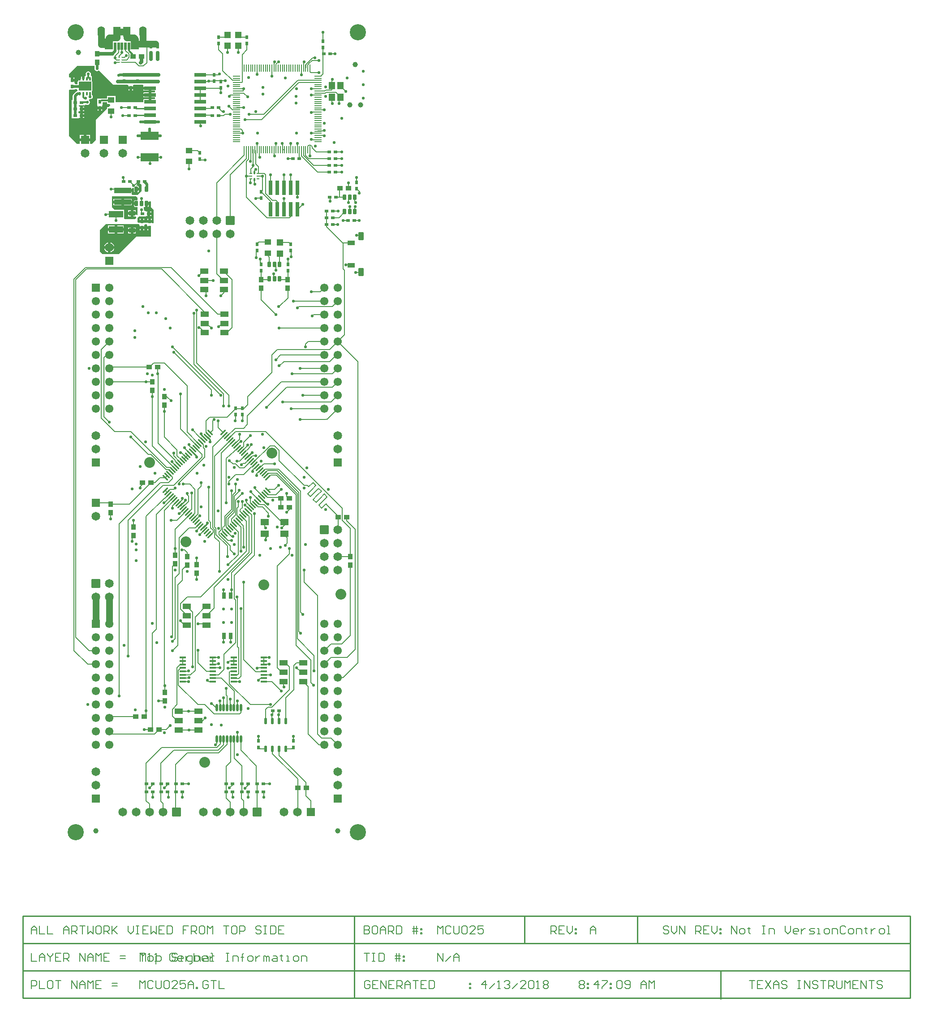
<source format=gtl>
G04 Layer_Physical_Order=1*
G04 Layer_Color=255*
%FSAX25Y25*%
%MOIN*%
G70*
G01*
G75*
G04:AMPARAMS|DCode=10|XSize=11.81mil|YSize=57.09mil|CornerRadius=0mil|HoleSize=0mil|Usage=FLASHONLY|Rotation=45.000|XOffset=0mil|YOffset=0mil|HoleType=Round|Shape=Round|*
%AMOVALD10*
21,1,0.04528,0.01181,0.00000,0.00000,135.0*
1,1,0.01181,0.01601,-0.01601*
1,1,0.01181,-0.01601,0.01601*
%
%ADD10OVALD10*%

G04:AMPARAMS|DCode=11|XSize=11.81mil|YSize=57.09mil|CornerRadius=0mil|HoleSize=0mil|Usage=FLASHONLY|Rotation=315.000|XOffset=0mil|YOffset=0mil|HoleType=Round|Shape=Round|*
%AMOVALD11*
21,1,0.04528,0.01181,0.00000,0.00000,45.0*
1,1,0.01181,-0.01601,-0.01601*
1,1,0.01181,0.01601,0.01601*
%
%ADD11OVALD11*%

G04:AMPARAMS|DCode=12|XSize=17.72mil|YSize=54.33mil|CornerRadius=1.95mil|HoleSize=0mil|Usage=FLASHONLY|Rotation=0.000|XOffset=0mil|YOffset=0mil|HoleType=Round|Shape=RoundedRectangle|*
%AMROUNDEDRECTD12*
21,1,0.01772,0.05043,0,0,0.0*
21,1,0.01382,0.05433,0,0,0.0*
1,1,0.00390,0.00691,-0.02522*
1,1,0.00390,-0.00691,-0.02522*
1,1,0.00390,-0.00691,0.02522*
1,1,0.00390,0.00691,0.02522*
%
%ADD12ROUNDEDRECTD12*%
G04:AMPARAMS|DCode=13|XSize=54.13mil|YSize=74.8mil|CornerRadius=1.89mil|HoleSize=0mil|Usage=FLASHONLY|Rotation=0.000|XOffset=0mil|YOffset=0mil|HoleType=Round|Shape=RoundedRectangle|*
%AMROUNDEDRECTD13*
21,1,0.05413,0.07101,0,0,0.0*
21,1,0.05034,0.07480,0,0,0.0*
1,1,0.00379,0.02517,-0.03551*
1,1,0.00379,-0.02517,-0.03551*
1,1,0.00379,-0.02517,0.03551*
1,1,0.00379,0.02517,0.03551*
%
%ADD13ROUNDEDRECTD13*%
G04:AMPARAMS|DCode=14|XSize=58.07mil|YSize=82.68mil|CornerRadius=2.03mil|HoleSize=0mil|Usage=FLASHONLY|Rotation=0.000|XOffset=0mil|YOffset=0mil|HoleType=Round|Shape=RoundedRectangle|*
%AMROUNDEDRECTD14*
21,1,0.05807,0.07861,0,0,0.0*
21,1,0.05401,0.08268,0,0,0.0*
1,1,0.00407,0.02700,-0.03931*
1,1,0.00407,-0.02700,-0.03931*
1,1,0.00407,-0.02700,0.03931*
1,1,0.00407,0.02700,0.03931*
%
%ADD14ROUNDEDRECTD14*%
%ADD15O,0.04724X0.01575*%
%ADD16O,0.01772X0.05512*%
G04:AMPARAMS|DCode=17|XSize=23.62mil|YSize=39.37mil|CornerRadius=2.01mil|HoleSize=0mil|Usage=FLASHONLY|Rotation=180.000|XOffset=0mil|YOffset=0mil|HoleType=Round|Shape=RoundedRectangle|*
%AMROUNDEDRECTD17*
21,1,0.02362,0.03535,0,0,180.0*
21,1,0.01961,0.03937,0,0,180.0*
1,1,0.00402,-0.00980,0.01768*
1,1,0.00402,0.00980,0.01768*
1,1,0.00402,0.00980,-0.01768*
1,1,0.00402,-0.00980,-0.01768*
%
%ADD17ROUNDEDRECTD17*%
%ADD18O,0.05512X0.00787*%
%ADD19O,0.00787X0.05512*%
%ADD20R,0.06299X0.03937*%
%ADD21R,0.02992X0.05000*%
%ADD22R,0.03740X0.03937*%
%ADD23R,0.03937X0.03740*%
%ADD24R,0.04724X0.04331*%
%ADD25C,0.03937*%
%ADD26R,0.10630X0.05118*%
%ADD27R,0.02362X0.03150*%
%ADD28R,0.03150X0.02362*%
G04:AMPARAMS|DCode=29|XSize=11.81mil|YSize=23.62mil|CornerRadius=1.95mil|HoleSize=0mil|Usage=FLASHONLY|Rotation=0.000|XOffset=0mil|YOffset=0mil|HoleType=Round|Shape=RoundedRectangle|*
%AMROUNDEDRECTD29*
21,1,0.01181,0.01972,0,0,0.0*
21,1,0.00791,0.02362,0,0,0.0*
1,1,0.00390,0.00396,-0.00986*
1,1,0.00390,-0.00396,-0.00986*
1,1,0.00390,-0.00396,0.00986*
1,1,0.00390,0.00396,0.00986*
%
%ADD29ROUNDEDRECTD29*%
G04:AMPARAMS|DCode=30|XSize=64.96mil|YSize=94.49mil|CornerRadius=1.95mil|HoleSize=0mil|Usage=FLASHONLY|Rotation=270.000|XOffset=0mil|YOffset=0mil|HoleType=Round|Shape=RoundedRectangle|*
%AMROUNDEDRECTD30*
21,1,0.06496,0.09059,0,0,270.0*
21,1,0.06106,0.09449,0,0,270.0*
1,1,0.00390,-0.04530,-0.03053*
1,1,0.00390,-0.04530,0.03053*
1,1,0.00390,0.04530,0.03053*
1,1,0.00390,0.04530,-0.03053*
%
%ADD30ROUNDEDRECTD30*%
%ADD31R,0.06299X0.03937*%
G04:AMPARAMS|DCode=32|XSize=57.09mil|YSize=39.37mil|CornerRadius=1.97mil|HoleSize=0mil|Usage=FLASHONLY|Rotation=270.000|XOffset=0mil|YOffset=0mil|HoleType=Round|Shape=RoundedRectangle|*
%AMROUNDEDRECTD32*
21,1,0.05709,0.03543,0,0,270.0*
21,1,0.05315,0.03937,0,0,270.0*
1,1,0.00394,-0.01772,-0.02657*
1,1,0.00394,-0.01772,0.02657*
1,1,0.00394,0.01772,0.02657*
1,1,0.00394,0.01772,-0.02657*
%
%ADD32ROUNDEDRECTD32*%
G04:AMPARAMS|DCode=33|XSize=35.43mil|YSize=51.18mil|CornerRadius=1.95mil|HoleSize=0mil|Usage=FLASHONLY|Rotation=270.000|XOffset=0mil|YOffset=0mil|HoleType=Round|Shape=RoundedRectangle|*
%AMROUNDEDRECTD33*
21,1,0.03543,0.04728,0,0,270.0*
21,1,0.03154,0.05118,0,0,270.0*
1,1,0.00390,-0.02364,-0.01577*
1,1,0.00390,-0.02364,0.01577*
1,1,0.00390,0.02364,0.01577*
1,1,0.00390,0.02364,-0.01577*
%
%ADD33ROUNDEDRECTD33*%
%ADD34R,0.12598X0.03937*%
%ADD35R,0.04803X0.03602*%
%ADD36R,0.13386X0.06299*%
G04:AMPARAMS|DCode=37|XSize=9.84mil|YSize=21.65mil|CornerRadius=1.97mil|HoleSize=0mil|Usage=FLASHONLY|Rotation=270.000|XOffset=0mil|YOffset=0mil|HoleType=Round|Shape=RoundedRectangle|*
%AMROUNDEDRECTD37*
21,1,0.00984,0.01772,0,0,270.0*
21,1,0.00591,0.02165,0,0,270.0*
1,1,0.00394,-0.00886,-0.00295*
1,1,0.00394,-0.00886,0.00295*
1,1,0.00394,0.00886,0.00295*
1,1,0.00394,0.00886,-0.00295*
%
%ADD37ROUNDEDRECTD37*%
G04:AMPARAMS|DCode=38|XSize=7.87mil|YSize=21.65mil|CornerRadius=1.97mil|HoleSize=0mil|Usage=FLASHONLY|Rotation=270.000|XOffset=0mil|YOffset=0mil|HoleType=Round|Shape=RoundedRectangle|*
%AMROUNDEDRECTD38*
21,1,0.00787,0.01772,0,0,270.0*
21,1,0.00394,0.02165,0,0,270.0*
1,1,0.00394,-0.00886,-0.00197*
1,1,0.00394,-0.00886,0.00197*
1,1,0.00394,0.00886,0.00197*
1,1,0.00394,0.00886,-0.00197*
%
%ADD38ROUNDEDRECTD38*%
%ADD39R,0.02913X0.10984*%
%ADD40R,0.04724X0.05512*%
%ADD41O,0.02165X0.04921*%
%ADD42R,0.04724X0.04724*%
%ADD43R,0.06299X0.04921*%
G04:AMPARAMS|DCode=44|XSize=7.87mil|YSize=11.81mil|CornerRadius=1.97mil|HoleSize=0mil|Usage=FLASHONLY|Rotation=270.000|XOffset=0mil|YOffset=0mil|HoleType=Round|Shape=RoundedRectangle|*
%AMROUNDEDRECTD44*
21,1,0.00787,0.00787,0,0,270.0*
21,1,0.00394,0.01181,0,0,270.0*
1,1,0.00394,-0.00394,-0.00197*
1,1,0.00394,-0.00394,0.00197*
1,1,0.00394,0.00394,0.00197*
1,1,0.00394,0.00394,-0.00197*
%
%ADD44ROUNDEDRECTD44*%
G04:AMPARAMS|DCode=45|XSize=7.87mil|YSize=13.78mil|CornerRadius=1.97mil|HoleSize=0mil|Usage=FLASHONLY|Rotation=270.000|XOffset=0mil|YOffset=0mil|HoleType=Round|Shape=RoundedRectangle|*
%AMROUNDEDRECTD45*
21,1,0.00787,0.00984,0,0,270.0*
21,1,0.00394,0.01378,0,0,270.0*
1,1,0.00394,-0.00492,-0.00197*
1,1,0.00394,-0.00492,0.00197*
1,1,0.00394,0.00492,0.00197*
1,1,0.00394,0.00492,-0.00197*
%
%ADD45ROUNDEDRECTD45*%
G04:AMPARAMS|DCode=46|XSize=25.59mil|YSize=88.58mil|CornerRadius=1.92mil|HoleSize=0mil|Usage=FLASHONLY|Rotation=270.000|XOffset=0mil|YOffset=0mil|HoleType=Round|Shape=RoundedRectangle|*
%AMROUNDEDRECTD46*
21,1,0.02559,0.08474,0,0,270.0*
21,1,0.02175,0.08858,0,0,270.0*
1,1,0.00384,-0.04237,-0.01088*
1,1,0.00384,-0.04237,0.01088*
1,1,0.00384,0.04237,0.01088*
1,1,0.00384,0.04237,-0.01088*
%
%ADD46ROUNDEDRECTD46*%
%ADD47C,0.00500*%
%ADD48C,0.05000*%
%ADD49C,0.00800*%
%ADD50C,0.01000*%
%ADD51C,0.00600*%
%ADD52C,0.02500*%
%ADD53C,0.02000*%
%ADD54C,0.01200*%
%ADD55C,0.06102*%
G04:AMPARAMS|DCode=56|XSize=61.02mil|YSize=61.02mil|CornerRadius=1.83mil|HoleSize=0mil|Usage=FLASHONLY|Rotation=270.000|XOffset=0mil|YOffset=0mil|HoleType=Round|Shape=RoundedRectangle|*
%AMROUNDEDRECTD56*
21,1,0.06102,0.05736,0,0,270.0*
21,1,0.05736,0.06102,0,0,270.0*
1,1,0.00366,-0.02868,-0.02868*
1,1,0.00366,-0.02868,0.02868*
1,1,0.00366,0.02868,0.02868*
1,1,0.00366,0.02868,-0.02868*
%
%ADD56ROUNDEDRECTD56*%
%ADD57C,0.12000*%
G04:AMPARAMS|DCode=58|XSize=82.68mil|YSize=55.12mil|CornerRadius=27.56mil|HoleSize=0mil|Usage=FLASHONLY|Rotation=270.000|XOffset=0mil|YOffset=0mil|HoleType=Round|Shape=RoundedRectangle|*
%AMROUNDEDRECTD58*
21,1,0.08268,0.00000,0,0,270.0*
21,1,0.02756,0.05512,0,0,270.0*
1,1,0.05512,0.00000,-0.01378*
1,1,0.05512,0.00000,0.01378*
1,1,0.05512,0.00000,0.01378*
1,1,0.05512,0.00000,-0.01378*
%
%ADD58ROUNDEDRECTD58*%
%ADD59C,0.03900*%
%ADD60C,0.08000*%
G04:AMPARAMS|DCode=61|XSize=64.96mil|YSize=64.96mil|CornerRadius=1.95mil|HoleSize=0mil|Usage=FLASHONLY|Rotation=180.000|XOffset=0mil|YOffset=0mil|HoleType=Round|Shape=RoundedRectangle|*
%AMROUNDEDRECTD61*
21,1,0.06496,0.06106,0,0,180.0*
21,1,0.06106,0.06496,0,0,180.0*
1,1,0.00390,-0.03053,0.03053*
1,1,0.00390,0.03053,0.03053*
1,1,0.00390,0.03053,-0.03053*
1,1,0.00390,-0.03053,-0.03053*
%
%ADD61ROUNDEDRECTD61*%
%ADD62C,0.06496*%
%ADD63R,0.06496X0.06496*%
G04:AMPARAMS|DCode=64|XSize=64.96mil|YSize=64.96mil|CornerRadius=1.95mil|HoleSize=0mil|Usage=FLASHONLY|Rotation=270.000|XOffset=0mil|YOffset=0mil|HoleType=Round|Shape=RoundedRectangle|*
%AMROUNDEDRECTD64*
21,1,0.06496,0.06106,0,0,270.0*
21,1,0.06106,0.06496,0,0,270.0*
1,1,0.00390,-0.03053,-0.03053*
1,1,0.00390,-0.03053,0.03053*
1,1,0.00390,0.03053,0.03053*
1,1,0.00390,0.03053,-0.03053*
%
%ADD64ROUNDEDRECTD64*%
%ADD65R,0.06496X0.06496*%
%ADD66C,0.02200*%
%ADD67C,0.01968*%
G36*
X0135200Y0632282D02*
X0135200Y0628400D01*
X0137200Y0626400D01*
X0137200Y0616400D01*
X0135881D01*
Y0616762D01*
X0131826D01*
X0131635Y0616666D01*
X0131502Y0616665D01*
X0131370Y0616672D01*
X0131344Y0616663D01*
X0131302Y0616669D01*
X0131103Y0616762D01*
X0128700D01*
X0126263D01*
X0126067Y0616674D01*
X0125970Y0616707D01*
X0125200Y0617388D01*
X0125200Y0620525D01*
X0125699Y0620899D01*
X0126463Y0621419D01*
Y0621419D01*
X0126463Y0621419D01*
X0130612D01*
X0131213Y0621419D01*
X0132088Y0621719D01*
X0132562D01*
Y0623400D01*
Y0625081D01*
X0132088D01*
X0131213Y0625381D01*
X0130915D01*
X0130133Y0626381D01*
X0130137Y0626400D01*
X0129990Y0627141D01*
X0129840Y0627365D01*
X0130114Y0628319D01*
X0130686Y0628559D01*
X0130940Y0628508D01*
Y0630987D01*
X0131940D01*
Y0631987D01*
X0133635D01*
Y0632468D01*
X0134494Y0632891D01*
X0135200Y0632282D01*
D02*
G37*
G36*
X0093365Y0733235D02*
Y0731913D01*
X0093263Y0731400D01*
X0093410Y0730659D01*
X0093830Y0730030D01*
X0094459Y0729610D01*
X0095200Y0729463D01*
X0095941Y0729610D01*
X0096570Y0730030D01*
X0107200Y0719400D01*
X0117638D01*
X0118287Y0719188D01*
X0118519Y0718512D01*
Y0718038D01*
X0121881D01*
Y0718512D01*
X0122113Y0719188D01*
X0122762Y0719400D01*
X0129330D01*
X0129606Y0718819D01*
X0129705Y0718400D01*
X0129610Y0718258D01*
X0129557Y0717988D01*
Y0717900D01*
X0134499D01*
Y0716900D01*
X0135499D01*
Y0715107D01*
X0138200D01*
Y0713693D01*
X0135499D01*
Y0711900D01*
Y0710107D01*
X0138200D01*
Y0708693D01*
X0135499D01*
Y0706900D01*
X0133499D01*
Y0708693D01*
X0130262D01*
X0129992Y0708639D01*
X0129763Y0708487D01*
X0129610Y0708258D01*
X0129557Y0707988D01*
Y0706400D01*
X0108862D01*
Y0710999D01*
X0102538D01*
Y0709257D01*
X0098334D01*
X0097866Y0709164D01*
X0097825Y0709137D01*
X0095219D01*
Y0704988D01*
X0095219Y0704387D01*
X0095519Y0703512D01*
Y0703038D01*
X0098881D01*
Y0703512D01*
X0099181Y0704387D01*
X0099181Y0704988D01*
Y0706326D01*
X0102538D01*
Y0705068D01*
X0104562D01*
X0104945Y0704145D01*
X0103532Y0702732D01*
X0102538D01*
Y0701738D01*
X0094200Y0693400D01*
Y0678400D01*
X0091200Y0675400D01*
X0089948D01*
Y0677400D01*
X0086200D01*
X0082452D01*
Y0675400D01*
X0080200D01*
X0074200Y0681400D01*
Y0714795D01*
X0074519Y0715663D01*
X0075200Y0715663D01*
X0078481D01*
Y0716202D01*
X0080303D01*
X0080529Y0715203D01*
X0079986Y0714584D01*
X0079391Y0714186D01*
X0077540Y0712335D01*
X0077142Y0711740D01*
X0077003Y0711038D01*
Y0708181D01*
X0076463D01*
Y0704219D01*
X0076463D01*
Y0703281D01*
X0076463D01*
Y0699319D01*
X0076463D01*
Y0698381D01*
X0076463D01*
Y0694419D01*
X0080612D01*
X0081213Y0694419D01*
X0082088Y0694719D01*
X0082562D01*
Y0696400D01*
Y0698081D01*
X0082088D01*
X0081213Y0698381D01*
Y0699319D01*
X0082088Y0699619D01*
X0082562D01*
Y0701300D01*
Y0702981D01*
X0082334D01*
X0081477Y0703718D01*
X0081561Y0704219D01*
X0085937D01*
Y0704226D01*
X0086937Y0704658D01*
X0087159Y0704510D01*
X0087900Y0704363D01*
X0088641Y0704510D01*
X0089270Y0704930D01*
X0089690Y0705559D01*
X0089837Y0706300D01*
X0089690Y0707041D01*
X0089270Y0707670D01*
X0089073Y0707802D01*
X0089491Y0708725D01*
X0089523Y0708727D01*
X0090039Y0708624D01*
X0090780Y0708772D01*
X0091408Y0709192D01*
X0091828Y0709820D01*
X0091976Y0710561D01*
X0091828Y0711303D01*
X0091466Y0711845D01*
Y0712888D01*
X0091449Y0712976D01*
Y0713874D01*
X0091371Y0714263D01*
X0091225Y0714481D01*
X0091447Y0714630D01*
X0091667Y0714959D01*
X0091744Y0715347D01*
Y0718322D01*
X0091759Y0718400D01*
X0091744Y0718478D01*
Y0721453D01*
X0091667Y0721841D01*
X0091447Y0722170D01*
X0091225Y0722319D01*
X0091371Y0722537D01*
X0091449Y0722926D01*
Y0723824D01*
X0091466Y0723912D01*
X0091449Y0723999D01*
Y0724898D01*
X0091371Y0725286D01*
X0091151Y0725615D01*
X0091044Y0725688D01*
X0090691Y0726305D01*
X0090533Y0726874D01*
X0090637Y0727400D01*
X0090490Y0728141D01*
X0090070Y0728770D01*
X0089441Y0729190D01*
X0088700Y0729337D01*
X0087959Y0729190D01*
X0087330Y0728770D01*
X0086910Y0728141D01*
X0086763Y0727400D01*
X0086865Y0726888D01*
X0086789Y0726419D01*
X0086485Y0725816D01*
X0085921Y0725650D01*
Y0723912D01*
X0083921D01*
Y0725401D01*
X0083916Y0725399D01*
X0083365D01*
X0083361Y0725401D01*
Y0723912D01*
X0082361D01*
Y0722912D01*
X0081258D01*
X0081282Y0722390D01*
X0080953Y0722170D01*
X0080733Y0721841D01*
X0080656Y0721453D01*
Y0719873D01*
X0079370D01*
X0078481Y0720413D01*
X0078181Y0721288D01*
Y0721762D01*
X0076500D01*
Y0722762D01*
X0075500D01*
Y0724837D01*
X0075200D01*
X0074819Y0724837D01*
X0074200Y0725581D01*
Y0727400D01*
X0080200Y0733400D01*
X0093200D01*
X0093365Y0733235D01*
D02*
G37*
G36*
X0126838Y0645719D02*
X0127312D01*
X0127988Y0645487D01*
X0128200Y0644838D01*
Y0640400D01*
X0125200Y0637400D01*
X0121332D01*
X0120999Y0638262D01*
X0120999D01*
Y0639731D01*
X0114200D01*
Y0641731D01*
X0120999D01*
Y0642075D01*
X0121117Y0642243D01*
X0121964Y0642786D01*
X0122765Y0642291D01*
Y0640046D01*
X0122819Y0639772D01*
X0122974Y0639540D01*
X0123206Y0639386D01*
X0123460Y0639335D01*
Y0641813D01*
X0124460D01*
Y0642813D01*
X0126155D01*
Y0643581D01*
X0126100Y0643855D01*
X0125945Y0644086D01*
X0125714Y0644241D01*
X0125440Y0644296D01*
X0124679D01*
X0124434Y0644724D01*
X0124838Y0645414D01*
Y0647400D01*
X0126838D01*
Y0645719D01*
D02*
G37*
G36*
X0126719Y0615387D02*
X0127019Y0614512D01*
Y0614038D01*
X0128700D01*
Y0613038D01*
D01*
Y0614038D01*
X0130381D01*
Y0614512D01*
X0130681Y0615387D01*
X0131486Y0615865D01*
X0132219Y0615387D01*
X0132519Y0614487D01*
Y0614038D01*
X0134200D01*
Y0613038D01*
X0135200D01*
Y0609963D01*
Y0606400D01*
X0124200D01*
X0111200Y0593400D01*
X0099200D01*
X0097200Y0595400D01*
Y0611400D01*
X0101700Y0615900D01*
X0125854D01*
X0126719Y0615387D01*
D02*
G37*
G36*
X0125200Y0635400D02*
Y0633469D01*
X0123479D01*
X0123206Y0633414D01*
X0122974Y0633260D01*
X0122819Y0633028D01*
X0122765Y0632754D01*
Y0631987D01*
X0124460D01*
Y0629987D01*
X0122765D01*
Y0629219D01*
X0122819Y0628945D01*
X0122974Y0628714D01*
X0123206Y0628559D01*
X0123479Y0628504D01*
X0125200D01*
X0125200Y0622499D01*
X0125102Y0622441D01*
X0124391Y0622847D01*
X0122200D01*
Y0621546D01*
X0123252D01*
X0123730Y0621546D01*
X0123740Y0621539D01*
X0123926Y0621392D01*
X0124196Y0621038D01*
X0124232Y0620975D01*
X0124403Y0620671D01*
X0124392Y0620640D01*
X0124396Y0620582D01*
X0124384Y0620525D01*
Y0620324D01*
X0123461Y0619400D01*
X0116170Y0619400D01*
X0115315Y0619750D01*
Y0626468D01*
X0108132D01*
X0106200Y0628400D01*
X0106200Y0636400D01*
X0124200D01*
X0125200Y0635400D01*
D02*
G37*
%LPC*%
G36*
X0127700Y0619837D02*
X0127019D01*
Y0618762D01*
X0127700D01*
Y0619837D01*
D02*
G37*
G36*
X0135637Y0622400D02*
X0134562D01*
Y0621719D01*
X0135637D01*
Y0622400D01*
D02*
G37*
G36*
X0130381Y0619837D02*
X0129700D01*
Y0618762D01*
X0130381D01*
Y0619837D01*
D02*
G37*
G36*
X0133200D02*
X0132519D01*
Y0618762D01*
X0133200D01*
Y0619837D01*
D02*
G37*
G36*
X0135881D02*
X0135200D01*
Y0618762D01*
X0135881D01*
Y0619837D01*
D02*
G37*
G36*
X0134562Y0625081D02*
Y0624400D01*
X0135637D01*
Y0625081D01*
X0134562D01*
D02*
G37*
G36*
X0133635Y0629987D02*
X0132940D01*
Y0628508D01*
X0133194Y0628559D01*
X0133426Y0628714D01*
X0133581Y0628945D01*
X0133635Y0629219D01*
Y0629987D01*
D02*
G37*
G36*
X0084562Y0702981D02*
Y0702300D01*
X0085637D01*
Y0702981D01*
X0084562D01*
D02*
G37*
G36*
X0133499Y0710900D02*
X0129557D01*
Y0710812D01*
X0129610Y0710542D01*
X0129763Y0710314D01*
X0129992Y0710161D01*
X0130262Y0710107D01*
X0133499D01*
Y0710900D01*
D02*
G37*
G36*
X0098881Y0701038D02*
X0098200D01*
Y0699963D01*
X0098881D01*
Y0701038D01*
D02*
G37*
G36*
X0085637Y0700300D02*
X0084562D01*
Y0699619D01*
X0085637D01*
Y0700300D01*
D02*
G37*
G36*
X0096200Y0701038D02*
X0095519D01*
Y0699963D01*
X0096200D01*
Y0701038D01*
D02*
G37*
G36*
X0133499Y0713693D02*
X0130262D01*
X0129992Y0713639D01*
X0129763Y0713486D01*
X0129610Y0713258D01*
X0129557Y0712988D01*
Y0712900D01*
X0133499D01*
Y0713693D01*
D02*
G37*
G36*
X0077500Y0724837D02*
Y0723762D01*
X0078181D01*
Y0724837D01*
X0077500D01*
D02*
G37*
G36*
X0081361Y0725244D02*
X0081311Y0725169D01*
X0081260Y0724912D01*
X0081361D01*
Y0725244D01*
D02*
G37*
G36*
X0133499Y0715900D02*
X0129557D01*
Y0715812D01*
X0129610Y0715542D01*
X0129763Y0715314D01*
X0129992Y0715161D01*
X0130262Y0715107D01*
X0133499D01*
Y0715900D01*
D02*
G37*
G36*
X0119200Y0716038D02*
X0118519D01*
Y0714963D01*
X0119200D01*
Y0716038D01*
D02*
G37*
G36*
X0121881D02*
X0121200D01*
Y0714963D01*
X0121881D01*
Y0716038D01*
D02*
G37*
G36*
X0084562Y0698081D02*
Y0697400D01*
X0085637D01*
Y0698081D01*
X0084562D01*
D02*
G37*
G36*
X0089948Y0682148D02*
X0087200D01*
Y0679400D01*
X0089948D01*
Y0682148D01*
D02*
G37*
G36*
X0085637Y0695400D02*
X0084562D01*
Y0694719D01*
X0085637D01*
Y0695400D01*
D02*
G37*
G36*
X0085200Y0682148D02*
X0082452D01*
Y0679400D01*
X0085200D01*
Y0682148D01*
D02*
G37*
G36*
X0126155Y0640813D02*
X0125460D01*
Y0639335D01*
X0125714Y0639386D01*
X0125945Y0639540D01*
X0126100Y0639772D01*
X0126155Y0640046D01*
Y0640813D01*
D02*
G37*
G36*
X0124102Y0613254D02*
X0122200D01*
Y0611953D01*
X0124102D01*
Y0613254D01*
D02*
G37*
G36*
X0108200Y0614750D02*
X0103385D01*
Y0612691D01*
X0108200D01*
Y0614750D01*
D02*
G37*
G36*
X0115015D02*
X0110200D01*
Y0612691D01*
X0115015D01*
Y0614750D01*
D02*
G37*
G36*
X0105200Y0602043D02*
Y0599400D01*
X0107843D01*
X0107474Y0600290D01*
X0106873Y0601073D01*
X0106090Y0601674D01*
X0105200Y0602043D01*
D02*
G37*
G36*
X0108200Y0610691D02*
X0103385D01*
Y0608632D01*
X0108200D01*
Y0610691D01*
D02*
G37*
G36*
X0115015D02*
X0110200D01*
Y0608632D01*
X0115015D01*
Y0610691D01*
D02*
G37*
G36*
X0103200Y0597400D02*
X0100557D01*
X0100926Y0596510D01*
X0101527Y0595727D01*
X0102310Y0595126D01*
X0103200Y0594757D01*
Y0597400D01*
D02*
G37*
G36*
X0107843D02*
X0105200D01*
Y0594757D01*
X0106090Y0595126D01*
X0106873Y0595727D01*
X0107474Y0596510D01*
X0107843Y0597400D01*
D02*
G37*
G36*
X0103200Y0602043D02*
X0102310Y0601674D01*
X0101527Y0601073D01*
X0100926Y0600290D01*
X0100557Y0599400D01*
X0103200D01*
Y0602043D01*
D02*
G37*
G36*
X0130381Y0612038D02*
X0129700D01*
Y0610963D01*
X0130381D01*
Y0612038D01*
D02*
G37*
G36*
X0133200D02*
X0132519D01*
Y0610963D01*
X0133200D01*
Y0612038D01*
D02*
G37*
G36*
X0120200Y0613254D02*
X0118298D01*
Y0611953D01*
X0120200D01*
Y0613254D01*
D02*
G37*
G36*
Y0609953D02*
X0118298D01*
Y0608652D01*
X0120200D01*
Y0609953D01*
D02*
G37*
G36*
X0124102D02*
X0122200D01*
Y0608652D01*
X0124102D01*
Y0609953D01*
D02*
G37*
G36*
X0127700Y0612038D02*
X0127019D01*
Y0610963D01*
X0127700D01*
Y0612038D01*
D02*
G37*
G36*
X0120200Y0622847D02*
X0118298D01*
Y0621546D01*
X0120200D01*
Y0622847D01*
D02*
G37*
G36*
X0113200Y0631069D02*
X0107401D01*
Y0629601D01*
X0113200D01*
Y0631069D01*
D02*
G37*
G36*
X0120999D02*
X0115200D01*
Y0629601D01*
X0120999D01*
Y0631069D01*
D02*
G37*
G36*
X0120200Y0626148D02*
X0118298D01*
Y0624847D01*
X0120200D01*
Y0626148D01*
D02*
G37*
G36*
X0124102D02*
X0122200D01*
Y0624847D01*
X0124102D01*
Y0626148D01*
D02*
G37*
G36*
X0113200Y0634538D02*
X0107401D01*
Y0633069D01*
X0113200D01*
Y0634538D01*
D02*
G37*
G36*
X0120999D02*
X0115200D01*
Y0633069D01*
X0120999D01*
Y0634538D01*
D02*
G37*
%LPD*%
G54D10*
X0179398Y0460609D02*
D03*
X0178006Y0459217D02*
D03*
X0176614Y0457825D02*
D03*
X0175222Y0456433D02*
D03*
X0173830Y0455041D02*
D03*
X0172438Y0453649D02*
D03*
X0171046Y0452257D02*
D03*
X0169654Y0450865D02*
D03*
X0168262Y0449473D02*
D03*
X0166870Y0448081D02*
D03*
X0165478Y0446689D02*
D03*
X0164086Y0445297D02*
D03*
X0162695Y0443905D02*
D03*
X0161302Y0442514D02*
D03*
X0159911Y0441122D02*
D03*
X0158519Y0439730D02*
D03*
X0157127Y0438338D02*
D03*
X0155735Y0436946D02*
D03*
X0154343Y0435554D02*
D03*
X0152951Y0434162D02*
D03*
X0151559Y0432770D02*
D03*
X0150167Y0431378D02*
D03*
X0148775Y0429986D02*
D03*
X0147383Y0428594D02*
D03*
X0145991Y0427202D02*
D03*
X0189002Y0384191D02*
D03*
X0190394Y0385583D02*
D03*
X0191786Y0386975D02*
D03*
X0193178Y0388367D02*
D03*
X0194570Y0389759D02*
D03*
X0195962Y0391151D02*
D03*
X0197354Y0392543D02*
D03*
X0198746Y0393935D02*
D03*
X0200138Y0395327D02*
D03*
X0201530Y0396719D02*
D03*
X0202922Y0398111D02*
D03*
X0204314Y0399503D02*
D03*
X0205705Y0400894D02*
D03*
X0207098Y0402286D02*
D03*
X0208489Y0403678D02*
D03*
X0209881Y0405070D02*
D03*
X0211273Y0406462D02*
D03*
X0212665Y0407854D02*
D03*
X0214057Y0409246D02*
D03*
X0215449Y0410638D02*
D03*
X0216841Y0412030D02*
D03*
X0218233Y0413422D02*
D03*
X0219625Y0414814D02*
D03*
X0221017Y0416206D02*
D03*
X0222409Y0417598D02*
D03*
G54D11*
X0145991D02*
D03*
X0147383Y0416206D02*
D03*
X0148775Y0414814D02*
D03*
X0150167Y0413422D02*
D03*
X0151559Y0412030D02*
D03*
X0152951Y0410638D02*
D03*
X0154343Y0409246D02*
D03*
X0155735Y0407854D02*
D03*
X0157127Y0406462D02*
D03*
X0158519Y0405070D02*
D03*
X0159911Y0403678D02*
D03*
X0161303Y0402286D02*
D03*
X0162695Y0400894D02*
D03*
X0164086Y0399503D02*
D03*
X0165478Y0398111D02*
D03*
X0166870Y0396719D02*
D03*
X0168262Y0395327D02*
D03*
X0169654Y0393935D02*
D03*
X0171046Y0392543D02*
D03*
X0172438Y0391151D02*
D03*
X0173830Y0389759D02*
D03*
X0175222Y0388367D02*
D03*
X0176614Y0386975D02*
D03*
X0178006Y0385583D02*
D03*
X0179398Y0384191D02*
D03*
X0222409Y0427202D02*
D03*
X0221017Y0428594D02*
D03*
X0219625Y0429986D02*
D03*
X0218233Y0431378D02*
D03*
X0216841Y0432770D02*
D03*
X0215449Y0434162D02*
D03*
X0214057Y0435554D02*
D03*
X0212665Y0436946D02*
D03*
X0211273Y0438338D02*
D03*
X0209881Y0439730D02*
D03*
X0208489Y0441122D02*
D03*
X0207098Y0442514D02*
D03*
X0205705Y0443905D02*
D03*
X0204314Y0445297D02*
D03*
X0202922Y0446689D02*
D03*
X0201530Y0448081D02*
D03*
X0200138Y0449473D02*
D03*
X0198746Y0450865D02*
D03*
X0197354Y0452257D02*
D03*
X0195962Y0453649D02*
D03*
X0194570Y0455041D02*
D03*
X0193178Y0456433D02*
D03*
X0191786Y0457825D02*
D03*
X0190394Y0459217D02*
D03*
X0189002Y0460609D02*
D03*
G54D12*
X0118818Y0748219D02*
D03*
X0116259Y0748219D02*
D03*
X0113700Y0748219D02*
D03*
X0111141Y0748219D02*
D03*
X0108582Y0748219D02*
D03*
G54D13*
X0117391Y0758691D02*
D03*
X0110009D02*
D03*
G54D14*
X0123395Y0749636D02*
D03*
X0104005D02*
D03*
G54D15*
X0158979Y0293357D02*
D03*
Y0290798D02*
D03*
Y0288239D02*
D03*
Y0285680D02*
D03*
Y0283120D02*
D03*
Y0280561D02*
D03*
Y0278002D02*
D03*
Y0275443D02*
D03*
X0181421Y0293357D02*
D03*
Y0290798D02*
D03*
Y0288239D02*
D03*
Y0285680D02*
D03*
Y0283120D02*
D03*
Y0280561D02*
D03*
Y0278002D02*
D03*
Y0275443D02*
D03*
X0196979Y0293357D02*
D03*
Y0290798D02*
D03*
Y0288239D02*
D03*
Y0285680D02*
D03*
Y0283120D02*
D03*
Y0280561D02*
D03*
Y0278002D02*
D03*
Y0275443D02*
D03*
X0219421Y0293357D02*
D03*
Y0290798D02*
D03*
Y0288239D02*
D03*
Y0285680D02*
D03*
Y0283120D02*
D03*
Y0280561D02*
D03*
Y0278002D02*
D03*
Y0275443D02*
D03*
G54D16*
X0184243Y0232786D02*
D03*
X0186802D02*
D03*
X0189361D02*
D03*
X0191920D02*
D03*
X0194480D02*
D03*
X0197039D02*
D03*
X0199598D02*
D03*
X0202157D02*
D03*
X0184243Y0256014D02*
D03*
X0186802D02*
D03*
X0189361D02*
D03*
X0191920D02*
D03*
X0194480D02*
D03*
X0197039D02*
D03*
X0199598D02*
D03*
X0202157D02*
D03*
G54D17*
X0279460Y0635813D02*
D03*
X0283200D02*
D03*
X0286940D02*
D03*
Y0624987D02*
D03*
X0283200D02*
D03*
X0279460D02*
D03*
X0223460Y0574987D02*
D03*
X0227200D02*
D03*
X0230940D02*
D03*
Y0585813D02*
D03*
X0227200D02*
D03*
X0223460D02*
D03*
X0124460Y0641813D02*
D03*
X0131940D02*
D03*
Y0630987D02*
D03*
X0128200D02*
D03*
X0124460D02*
D03*
G54D18*
X0198885Y0725809D02*
D03*
Y0724235D02*
D03*
Y0722660D02*
D03*
Y0721085D02*
D03*
Y0719510D02*
D03*
Y0717935D02*
D03*
Y0716361D02*
D03*
Y0714786D02*
D03*
Y0713211D02*
D03*
Y0711636D02*
D03*
Y0710061D02*
D03*
Y0708487D02*
D03*
Y0706912D02*
D03*
Y0705337D02*
D03*
Y0703762D02*
D03*
Y0702187D02*
D03*
Y0700613D02*
D03*
Y0699038D02*
D03*
Y0697463D02*
D03*
Y0695888D02*
D03*
Y0694313D02*
D03*
Y0692739D02*
D03*
Y0691164D02*
D03*
Y0689589D02*
D03*
Y0688014D02*
D03*
Y0686439D02*
D03*
Y0684865D02*
D03*
Y0683290D02*
D03*
Y0681715D02*
D03*
Y0680140D02*
D03*
Y0678565D02*
D03*
Y0676991D02*
D03*
X0259515D02*
D03*
Y0678565D02*
D03*
Y0680140D02*
D03*
Y0681715D02*
D03*
Y0683290D02*
D03*
Y0684865D02*
D03*
Y0686439D02*
D03*
Y0688014D02*
D03*
Y0689589D02*
D03*
Y0691164D02*
D03*
Y0692739D02*
D03*
Y0694313D02*
D03*
Y0695888D02*
D03*
Y0697463D02*
D03*
Y0699038D02*
D03*
Y0700613D02*
D03*
Y0702187D02*
D03*
Y0703762D02*
D03*
Y0705337D02*
D03*
Y0706912D02*
D03*
Y0708487D02*
D03*
Y0710061D02*
D03*
Y0711636D02*
D03*
Y0713211D02*
D03*
Y0714786D02*
D03*
Y0716361D02*
D03*
Y0717935D02*
D03*
Y0719510D02*
D03*
Y0721085D02*
D03*
Y0722660D02*
D03*
Y0724235D02*
D03*
Y0725809D02*
D03*
G54D19*
X0204791Y0671085D02*
D03*
X0206365D02*
D03*
X0207940D02*
D03*
X0209515D02*
D03*
X0211090D02*
D03*
X0212665D02*
D03*
X0214239D02*
D03*
X0215814D02*
D03*
X0217389D02*
D03*
X0218964D02*
D03*
X0220539D02*
D03*
X0222113D02*
D03*
X0223688D02*
D03*
X0225263D02*
D03*
X0226838D02*
D03*
X0228413D02*
D03*
X0229987D02*
D03*
X0231562D02*
D03*
X0233137D02*
D03*
X0234712D02*
D03*
X0236287D02*
D03*
X0237861D02*
D03*
X0239436D02*
D03*
X0241011D02*
D03*
X0242586D02*
D03*
X0244161D02*
D03*
X0245735D02*
D03*
X0247310D02*
D03*
X0248885D02*
D03*
X0250460D02*
D03*
X0252035D02*
D03*
X0253609D02*
D03*
Y0731715D02*
D03*
X0252035D02*
D03*
X0250460D02*
D03*
X0248885D02*
D03*
X0247310D02*
D03*
X0245735D02*
D03*
X0244161D02*
D03*
X0242586D02*
D03*
X0241011D02*
D03*
X0239436D02*
D03*
X0237861D02*
D03*
X0236287D02*
D03*
X0234712D02*
D03*
X0233137D02*
D03*
X0231562D02*
D03*
X0229987D02*
D03*
X0228413D02*
D03*
X0226838D02*
D03*
X0225263D02*
D03*
X0223688D02*
D03*
X0222113D02*
D03*
X0220539D02*
D03*
X0218964D02*
D03*
X0217389D02*
D03*
X0215814D02*
D03*
X0214239D02*
D03*
X0212665D02*
D03*
X0211090D02*
D03*
X0209515D02*
D03*
X0207940D02*
D03*
X0206365D02*
D03*
X0204791D02*
D03*
G54D20*
X0155917Y0239510D02*
D03*
Y0246400D02*
D03*
Y0253290D02*
D03*
X0170484D02*
D03*
Y0246400D02*
D03*
Y0239510D02*
D03*
G54D21*
X0194700Y0309400D02*
D03*
X0189700D02*
D03*
Y0339400D02*
D03*
X0194700D02*
D03*
G54D22*
X0153200Y0363250D02*
D03*
Y0369550D02*
D03*
X0122200Y0384250D02*
D03*
Y0390550D02*
D03*
X0145200Y0481250D02*
D03*
Y0487550D02*
D03*
X0283700Y0368550D02*
D03*
Y0362250D02*
D03*
X0237100Y0568250D02*
D03*
Y0574550D02*
D03*
X0217200Y0568250D02*
D03*
Y0574550D02*
D03*
X0162200Y0362250D02*
D03*
Y0368550D02*
D03*
X0145700Y0267550D02*
D03*
Y0261250D02*
D03*
X0136200Y0492250D02*
D03*
Y0498550D02*
D03*
X0095200Y0742550D02*
D03*
Y0736250D02*
D03*
X0105200Y0407550D02*
D03*
Y0401250D02*
D03*
X0169200Y0362550D02*
D03*
Y0356250D02*
D03*
G54D23*
X0244550Y0196400D02*
D03*
X0250850D02*
D03*
X0130350Y0249400D02*
D03*
X0124050D02*
D03*
X0274550Y0397900D02*
D03*
X0280850D02*
D03*
X0135050Y0239900D02*
D03*
X0141350D02*
D03*
X0140350Y0509400D02*
D03*
X0134050D02*
D03*
X0232050Y0405000D02*
D03*
X0238350D02*
D03*
X0232050Y0411800D02*
D03*
X0238350D02*
D03*
X0276050Y0642400D02*
D03*
X0282350D02*
D03*
X0122050Y0740400D02*
D03*
X0128350D02*
D03*
X0135350Y0423400D02*
D03*
X0129050D02*
D03*
G54D24*
X0163700Y0670534D02*
D03*
Y0662266D02*
D03*
X0105700Y0708034D02*
D03*
Y0699766D02*
D03*
X0222137Y0594250D02*
D03*
Y0602518D02*
D03*
G54D25*
X0081200Y0743400D02*
D03*
X0094200Y0164400D02*
D03*
X0274200D02*
D03*
G54D26*
X0109200Y0611691D02*
D03*
Y0623109D02*
D03*
G54D27*
X0097200Y0702038D02*
D03*
Y0706762D02*
D03*
X0239137Y0596022D02*
D03*
Y0600746D02*
D03*
X0214137Y0596022D02*
D03*
Y0600746D02*
D03*
X0171700Y0664038D02*
D03*
Y0668762D02*
D03*
X0125200Y0722038D02*
D03*
Y0726762D02*
D03*
X0120200Y0721762D02*
D03*
Y0717038D02*
D03*
X0076500Y0722762D02*
D03*
Y0718038D02*
D03*
X0187200Y0721762D02*
D03*
Y0717038D02*
D03*
X0263200Y0751762D02*
D03*
Y0747038D02*
D03*
X0206700Y0754762D02*
D03*
Y0750038D02*
D03*
X0185700Y0754762D02*
D03*
Y0750038D02*
D03*
X0135200Y0743038D02*
D03*
Y0747762D02*
D03*
X0237200Y0581038D02*
D03*
Y0585762D02*
D03*
X0217200Y0581038D02*
D03*
Y0585762D02*
D03*
X0203200Y0478762D02*
D03*
Y0474038D02*
D03*
X0134200Y0617762D02*
D03*
Y0613038D02*
D03*
X0140200Y0747762D02*
D03*
Y0743038D02*
D03*
X0115200Y0726762D02*
D03*
Y0722038D02*
D03*
X0288200Y0646762D02*
D03*
Y0642038D02*
D03*
X0198200Y0474038D02*
D03*
Y0478762D02*
D03*
X0128700Y0613038D02*
D03*
Y0617762D02*
D03*
X0217200Y0639762D02*
D03*
Y0635038D02*
D03*
X0182200Y0722038D02*
D03*
Y0726762D02*
D03*
X0241200Y0231262D02*
D03*
Y0226538D02*
D03*
X0215200D02*
D03*
Y0231262D02*
D03*
G54D28*
X0267838Y0654400D02*
D03*
X0272562D02*
D03*
X0118838Y0696400D02*
D03*
X0123562D02*
D03*
X0118838Y0702400D02*
D03*
X0123562D02*
D03*
X0083562Y0706200D02*
D03*
X0078838D02*
D03*
X0083562Y0701300D02*
D03*
X0078838D02*
D03*
Y0696400D02*
D03*
X0083562D02*
D03*
X0263838Y0742400D02*
D03*
X0268562D02*
D03*
X0191338Y0193400D02*
D03*
X0196062D02*
D03*
X0202838D02*
D03*
X0207562D02*
D03*
X0214338D02*
D03*
X0219062D02*
D03*
X0270562Y0620400D02*
D03*
X0265838D02*
D03*
X0128838Y0623400D02*
D03*
X0133562D02*
D03*
X0265838Y0625400D02*
D03*
X0270562D02*
D03*
X0130562Y0647400D02*
D03*
X0125838D02*
D03*
X0180838Y0696400D02*
D03*
X0185562D02*
D03*
X0180838Y0702400D02*
D03*
X0185562D02*
D03*
X0191338Y0199400D02*
D03*
X0196062D02*
D03*
X0202838D02*
D03*
X0207562D02*
D03*
X0214338D02*
D03*
X0219062D02*
D03*
X0273062Y0635900D02*
D03*
X0268338D02*
D03*
X0265838Y0615400D02*
D03*
X0270562D02*
D03*
X0281838Y0618400D02*
D03*
X0286562D02*
D03*
X0119562Y0647400D02*
D03*
X0114838D02*
D03*
X0245562Y0664400D02*
D03*
X0240838D02*
D03*
X0131838Y0199400D02*
D03*
X0136562D02*
D03*
X0131838Y0193400D02*
D03*
X0136562D02*
D03*
X0142838D02*
D03*
X0147562D02*
D03*
X0142838Y0199400D02*
D03*
X0147562D02*
D03*
X0153838Y0193400D02*
D03*
X0158562D02*
D03*
X0230562Y0253900D02*
D03*
X0225838D02*
D03*
X0153838Y0199400D02*
D03*
X0158562D02*
D03*
X0267838Y0659400D02*
D03*
X0272562D02*
D03*
X0267838Y0664400D02*
D03*
X0272562D02*
D03*
X0267838Y0669400D02*
D03*
X0272562D02*
D03*
G54D29*
X0090039Y0723912D02*
D03*
X0087480D02*
D03*
X0084921D02*
D03*
X0082361D02*
D03*
Y0712888D02*
D03*
X0084921D02*
D03*
X0087480D02*
D03*
X0090039D02*
D03*
X0212200Y0653959D02*
D03*
Y0648841D02*
D03*
G54D30*
X0086200Y0718400D02*
D03*
G54D31*
X0233917Y0289290D02*
D03*
Y0282400D02*
D03*
Y0275510D02*
D03*
X0248483D02*
D03*
Y0282400D02*
D03*
Y0289290D02*
D03*
X0189483Y0567010D02*
D03*
Y0573900D02*
D03*
Y0580790D02*
D03*
X0174917D02*
D03*
Y0573900D02*
D03*
Y0567010D02*
D03*
X0175417Y0548790D02*
D03*
Y0541900D02*
D03*
Y0535010D02*
D03*
X0189983D02*
D03*
Y0541900D02*
D03*
Y0548790D02*
D03*
X0161917Y0331290D02*
D03*
Y0324400D02*
D03*
Y0317510D02*
D03*
X0176483D02*
D03*
Y0324400D02*
D03*
Y0331290D02*
D03*
G54D32*
X0291531Y0580113D02*
D03*
X0291531Y0606687D02*
D03*
G54D33*
X0284444Y0585132D02*
D03*
Y0601668D02*
D03*
G54D34*
X0114200Y0632069D02*
D03*
Y0640731D02*
D03*
G54D35*
X0121200Y0623847D02*
D03*
Y0610953D02*
D03*
G54D36*
X0134200Y0681274D02*
D03*
Y0665526D02*
D03*
G54D37*
X0209543Y0649431D02*
D03*
Y0653368D02*
D03*
X0214857D02*
D03*
Y0649431D02*
D03*
G54D38*
X0209543Y0651400D02*
D03*
X0214857D02*
D03*
G54D39*
X0224200Y0626888D02*
D03*
X0229200D02*
D03*
X0234200D02*
D03*
X0239200D02*
D03*
X0224200Y0642912D02*
D03*
X0229200D02*
D03*
X0234200D02*
D03*
X0239200D02*
D03*
X0244200Y0626888D02*
D03*
Y0642912D02*
D03*
G54D40*
X0276350Y0710069D02*
D03*
Y0718731D02*
D03*
X0270050Y0710069D02*
D03*
Y0718731D02*
D03*
G54D41*
X0220700Y0225565D02*
D03*
X0225700D02*
D03*
X0230700D02*
D03*
X0235700D02*
D03*
X0220700Y0246235D02*
D03*
X0225700D02*
D03*
X0230700D02*
D03*
X0235700D02*
D03*
G54D42*
X0200200Y0748266D02*
D03*
Y0756534D02*
D03*
X0231200Y0602134D02*
D03*
Y0593866D02*
D03*
X0192200Y0748266D02*
D03*
Y0756534D02*
D03*
G54D43*
X0220038Y0394024D02*
D03*
X0234605D02*
D03*
Y0385362D02*
D03*
X0220038D02*
D03*
G54D44*
X0111519Y0735931D02*
D03*
Y0737900D02*
D03*
Y0739868D02*
D03*
X0113881D02*
D03*
Y0737900D02*
D03*
G54D45*
X0113783Y0735931D02*
D03*
G54D46*
X0134499Y0726900D02*
D03*
Y0721900D02*
D03*
Y0716900D02*
D03*
Y0711900D02*
D03*
Y0706900D02*
D03*
Y0701900D02*
D03*
Y0696900D02*
D03*
Y0691900D02*
D03*
X0171901Y0726900D02*
D03*
Y0721900D02*
D03*
Y0716900D02*
D03*
Y0711900D02*
D03*
Y0706900D02*
D03*
Y0701900D02*
D03*
Y0696900D02*
D03*
Y0691900D02*
D03*
G54D47*
X0274700Y0397900D02*
Y0398400D01*
Y0388900D02*
Y0397900D01*
X0265489Y0407611D02*
X0266200Y0406900D01*
X0262415Y0404538D02*
X0265489Y0407611D01*
X0260294Y0406660D02*
X0262415Y0404538D01*
X0260294Y0406660D02*
X0263367Y0409733D01*
X0266441Y0412806D01*
X0264319Y0414927D02*
X0266441Y0412806D01*
X0261246Y0411854D02*
X0264319Y0414927D01*
X0258173Y0408781D02*
X0261246Y0411854D01*
X0256051Y0410902D02*
X0258173Y0408781D01*
X0256051Y0410902D02*
X0259125Y0413975D01*
X0262198Y0417049D01*
X0260076Y0419170D02*
X0262198Y0417049D01*
X0257003Y0416097D02*
X0260076Y0419170D01*
X0253930Y0413024D02*
X0257003Y0416097D01*
X0251809Y0415145D02*
X0253930Y0413024D01*
X0251809Y0415145D02*
X0254882Y0418218D01*
X0257955Y0421291D01*
X0255834Y0423413D02*
X0257955Y0421291D01*
X0252761Y0420339D02*
X0255834Y0423413D01*
X0251700Y0421400D02*
X0252761Y0420339D01*
X0254700Y0565400D02*
X0261200D01*
X0264200Y0568400D01*
X0086644Y0583400D02*
X0150200D01*
X0184810Y0548790D01*
X0189983D01*
X0174700Y0566900D02*
X0176200Y0565400D01*
Y0562400D02*
Y0565400D01*
X0189700Y0564900D02*
Y0567400D01*
X0187200Y0562400D02*
X0189700Y0564900D01*
X0237200Y0567400D02*
X0238200Y0568400D01*
X0237200Y0560900D02*
Y0567400D01*
X0230700Y0554400D02*
X0237200Y0560900D01*
X0230200Y0554400D02*
X0230700D01*
X0241200Y0558400D02*
X0264200D01*
X0195700Y0538900D02*
Y0574400D01*
X0087200Y0582400D02*
X0143200D01*
X0175417Y0550183D01*
Y0548790D02*
Y0550183D01*
X0174064Y0580400D02*
X0175200D01*
X0171064Y0577400D02*
X0174064Y0580400D01*
X0171050Y0577414D02*
X0171064Y0577400D01*
X0171027Y0538909D02*
X0171050Y0538886D01*
X0171027Y0538909D02*
Y0539400D01*
X0175417Y0535010D01*
X0189200Y0580900D02*
X0195700Y0574400D01*
X0191810Y0535010D02*
X0195700Y0538900D01*
X0189983Y0535010D02*
X0191810D01*
X0174917Y0573900D02*
X0181700D01*
X0184200Y0578900D02*
X0189700Y0573400D01*
X0184200Y0578900D02*
Y0608400D01*
X0188200Y0541900D02*
X0189700D01*
X0185700Y0539400D02*
X0188200Y0541900D01*
X0175700D02*
X0176700D01*
X0180200Y0538400D01*
X0167200Y0511400D02*
Y0549400D01*
X0169200Y0512400D02*
Y0551400D01*
X0221700Y0620400D02*
X0238200D01*
X0206200Y0635900D02*
X0221700Y0620400D01*
X0206200Y0635900D02*
Y0651400D01*
X0234200Y0626900D02*
Y0634900D01*
X0244200Y0626400D02*
X0248200Y0630400D01*
X0239200Y0626888D02*
Y0626900D01*
Y0621400D02*
Y0626888D01*
X0238200Y0620400D02*
X0239200Y0621400D01*
X0229200Y0626888D02*
Y0632400D01*
Y0626400D02*
Y0626888D01*
X0228200Y0633400D02*
X0229200Y0632400D01*
X0225700Y0633400D02*
X0228200D01*
X0220700Y0638400D02*
X0225700Y0633400D01*
X0220700Y0638400D02*
Y0652400D01*
X0219732Y0653368D02*
X0220700Y0652400D01*
X0214857Y0653368D02*
X0219732D01*
X0217200Y0639900D02*
X0224200Y0632900D01*
X0217200Y0639900D02*
X0218200Y0640900D01*
Y0651400D01*
X0214857D02*
X0218200D01*
X0224200Y0628400D02*
Y0632900D01*
Y0627400D02*
Y0628400D01*
X0224062Y0628262D02*
X0224200Y0628400D01*
X0078100Y0574856D02*
X0086644Y0583400D01*
X0079200Y0574400D02*
X0087200Y0582400D01*
X0182200Y0251400D02*
X0201200D01*
X0175200Y0258400D02*
X0182200Y0251400D01*
X0170200Y0258400D02*
X0175200D01*
X0191920Y0256014D02*
Y0264680D01*
X0191200Y0265400D02*
X0191920Y0264680D01*
X0191200Y0265400D02*
Y0270400D01*
X0197200Y0256400D02*
Y0268400D01*
X0187598Y0278002D02*
X0197200Y0268400D01*
X0181420Y0278002D02*
X0187598D01*
X0228600Y0429000D02*
X0243200Y0414400D01*
X0224207Y0429000D02*
X0228600D01*
X0222409Y0427202D02*
X0224207Y0429000D01*
X0249200Y0421400D02*
X0251700D01*
X0230700Y0439900D02*
X0249200Y0421400D01*
X0176500Y0283100D02*
X0181600D01*
X0170200Y0289400D02*
X0176500Y0283100D01*
X0170200Y0289400D02*
Y0298834D01*
X0204200Y0291900D02*
Y0326400D01*
X0213200Y0282900D02*
X0219700D01*
X0204200Y0291900D02*
X0213200Y0282900D01*
X0197200Y0277900D02*
X0200700D01*
X0202200Y0279400D01*
Y0329900D01*
X0199700Y0301400D02*
Y0337900D01*
X0197200Y0280400D02*
X0199700D01*
X0200700Y0281400D01*
Y0300400D01*
X0199700Y0301400D02*
X0200700Y0300400D01*
X0209200Y0258400D02*
X0224200D01*
X0193700Y0273900D02*
X0209200Y0258400D01*
X0193700Y0273900D02*
Y0282400D01*
X0194420Y0283120D01*
X0196980D01*
Y0290680D02*
X0197200Y0290900D01*
X0196980Y0288239D02*
Y0290680D01*
X0193598Y0290798D02*
X0196980D01*
Y0291180D02*
Y0293357D01*
X0192700Y0289900D02*
X0193598Y0290798D01*
X0189700Y0284400D02*
Y0295900D01*
X0185700Y0280400D02*
X0189700Y0284400D01*
X0181700Y0280400D02*
X0185700D01*
X0163302Y0278002D02*
X0163700Y0278400D01*
X0166200Y0286400D02*
Y0287400D01*
X0168200Y0323400D02*
X0176090Y0331290D01*
X0168200Y0283900D02*
Y0323400D01*
X0164700Y0280400D02*
X0168200Y0283900D01*
X0158980Y0278002D02*
X0163302D01*
X0166200Y0287400D02*
Y0327006D01*
X0159200Y0280400D02*
X0164700D01*
X0157700Y0285900D02*
X0158700D01*
X0155700Y0283900D02*
X0157700Y0285900D01*
X0155700Y0272900D02*
Y0283900D01*
Y0272900D02*
X0170200Y0258400D01*
X0154700Y0285900D02*
X0157020Y0288220D01*
X0154700Y0258400D02*
Y0285900D01*
X0151200Y0254900D02*
X0154700Y0258400D01*
X0157020Y0288220D02*
X0158980D01*
Y0288239D02*
Y0290798D01*
Y0288220D02*
Y0288239D01*
Y0290798D02*
Y0293357D01*
X0159000Y0283200D02*
X0163000D01*
X0163200Y0283400D01*
X0189700Y0295900D02*
X0198200Y0304400D01*
X0088200Y0288400D02*
X0094200D01*
X0078100Y0298500D02*
X0088200Y0288400D01*
X0078100Y0298500D02*
Y0574856D01*
X0089200Y0298400D02*
X0094200D01*
X0079200Y0308400D02*
X0089200Y0298400D01*
X0079200Y0308400D02*
Y0574400D01*
X0151200Y0249900D02*
X0155200Y0245900D01*
X0151200Y0249900D02*
Y0254900D01*
X0170200Y0245900D02*
X0173200D01*
X0175700Y0248400D01*
X0246500Y0327100D02*
X0248200Y0325400D01*
X0246500Y0327100D02*
Y0417100D01*
X0245400Y0312700D02*
Y0416200D01*
X0244300Y0307300D02*
Y0415189D01*
X0245400Y0312700D02*
X0246700Y0311400D01*
X0256700Y0283400D02*
Y0294900D01*
X0244300Y0307300D02*
X0256700Y0294900D01*
X0254200Y0274900D02*
X0256200Y0272900D01*
X0254200Y0274900D02*
Y0291400D01*
X0235700Y0246235D02*
Y0263400D01*
Y0245900D02*
Y0246235D01*
X0241700Y0269400D02*
Y0287400D01*
X0235700Y0263400D02*
X0241700Y0269400D01*
X0220600Y0246100D02*
Y0254800D01*
X0222200Y0256400D01*
X0225200D01*
X0238200Y0269400D01*
X0262200Y0233400D02*
X0269200D01*
X0259200Y0236400D02*
X0262200Y0233400D01*
X0259200Y0236400D02*
Y0339400D01*
X0269200Y0233400D02*
X0274200Y0228400D01*
X0260200D02*
X0264200D01*
X0252200Y0236400D02*
X0260200Y0228400D01*
X0289200Y0289400D02*
Y0513400D01*
X0274200Y0278400D02*
X0278200D01*
X0289200Y0289400D01*
X0265200D02*
X0269200Y0293400D01*
X0281200D01*
X0287200Y0299400D01*
X0265200D02*
X0269200Y0303400D01*
X0277200D01*
X0283700Y0309900D01*
X0254200Y0178400D02*
Y0186900D01*
X0230700Y0220400D02*
Y0225565D01*
X0225700Y0221900D02*
Y0225565D01*
X0283700Y0309900D02*
Y0362250D01*
X0287200Y0299400D02*
Y0388900D01*
X0252200Y0236400D02*
Y0271794D01*
X0131700Y0186900D02*
Y0199400D01*
X0131838Y0199262D01*
X0131700Y0199400D02*
Y0214900D01*
X0134200Y0178400D02*
Y0184400D01*
X0131700Y0186900D02*
X0134200Y0184400D01*
X0142700Y0186400D02*
Y0199400D01*
X0142838Y0199262D01*
X0142700Y0214900D02*
X0152200Y0224400D01*
X0142700Y0199400D02*
Y0214900D01*
X0144200Y0178400D02*
Y0184900D01*
X0142700Y0186400D02*
X0144200Y0184900D01*
X0153700Y0178900D02*
X0154200Y0178400D01*
X0153700Y0213900D02*
X0162200Y0222400D01*
X0153700Y0199538D02*
Y0213900D01*
Y0178900D02*
Y0199538D01*
X0191338Y0188762D02*
Y0193400D01*
X0191200D02*
Y0212400D01*
X0202700Y0193400D02*
X0202838Y0193538D01*
X0202700Y0188400D02*
Y0193400D01*
X0202838Y0199400D02*
Y0212762D01*
Y0193538D02*
Y0199400D01*
X0214338Y0178038D02*
Y0193400D01*
X0213700Y0199900D02*
X0214338Y0199262D01*
X0213700Y0199900D02*
Y0212900D01*
X0214338Y0193400D02*
Y0199262D01*
X0191338Y0188762D02*
X0194200Y0185900D01*
X0266200Y0406900D02*
X0274700Y0398400D01*
X0230700Y0439900D02*
Y0447400D01*
X0274200Y0388400D02*
X0274700Y0388900D01*
X0245200Y0554400D02*
X0270200D01*
X0244200Y0553400D02*
X0245200Y0554400D01*
X0224039Y0280561D02*
X0224200Y0280400D01*
X0219420Y0280561D02*
X0224039D01*
X0243200Y0302400D02*
Y0414400D01*
X0217200Y0559400D02*
X0228200Y0548400D01*
X0256200D02*
X0264200D01*
X0255200Y0547400D02*
X0256200Y0548400D01*
X0249200Y0349400D02*
Y0358400D01*
X0252200Y0528400D02*
X0264200D01*
X0250200Y0526400D02*
X0252200Y0528400D01*
X0250200Y0524400D02*
Y0526400D01*
X0268200Y0522400D02*
X0274200Y0528400D01*
X0229200Y0522400D02*
X0268200D01*
X0225200Y0518400D02*
X0229200Y0522400D01*
X0195962Y0391151D02*
X0200200Y0386913D01*
X0185961Y0384639D02*
X0194200Y0376400D01*
Y0373400D02*
Y0376400D01*
Y0373400D02*
X0197200Y0370400D01*
X0183700Y0384900D02*
X0192200Y0376400D01*
Y0368400D02*
Y0376400D01*
X0239865Y0225565D02*
X0241200Y0226900D01*
X0239865Y0225565D02*
X0241200Y0226900D01*
X0239865Y0225565D02*
X0241200Y0226900D01*
X0239865Y0225565D02*
X0241200Y0226900D01*
X0239865Y0225565D02*
X0241200Y0226900D01*
X0194700Y0215900D02*
Y0232400D01*
X0191200Y0212400D02*
X0194700Y0215900D01*
X0197200Y0218400D02*
X0202838Y0212762D01*
X0197200Y0218400D02*
Y0232400D01*
X0202157Y0224443D02*
X0213700Y0212900D01*
X0202157Y0224443D02*
Y0232786D01*
X0186802Y0229002D02*
Y0232786D01*
X0184200Y0226400D02*
X0186802Y0229002D01*
X0143200Y0226400D02*
X0184200D01*
X0153838Y0193400D02*
X0154200Y0193038D01*
X0201200Y0251400D02*
X0202200Y0252400D01*
X0151200Y0524400D02*
X0187200Y0488400D01*
X0199200Y0338400D02*
X0199700Y0337900D01*
X0190200Y0398400D02*
X0195200Y0403400D01*
X0190200Y0391400D02*
Y0398400D01*
X0188745Y0389945D02*
X0190200Y0391400D01*
X0191200Y0397400D02*
X0196200Y0402400D01*
X0191200Y0390400D02*
Y0397400D01*
Y0390400D02*
X0193178Y0388422D01*
X0192700Y0396900D02*
X0197200Y0401400D01*
X0192700Y0391629D02*
Y0396900D01*
Y0391629D02*
X0194570Y0389759D01*
X0198200Y0410400D02*
X0203200Y0415400D01*
X0201100Y0417500D02*
Y0417800D01*
Y0417500D02*
X0201200Y0417400D01*
X0198200Y0399400D02*
Y0410400D01*
Y0416400D02*
Y0422400D01*
X0195200Y0403400D02*
Y0417400D01*
X0181420Y0285680D02*
X0186920D01*
X0187200Y0285400D01*
X0186800Y0256800D02*
Y0261100D01*
Y0256800D02*
X0187200Y0256400D01*
X0209200Y0662400D02*
X0209515Y0662715D01*
Y0671085D01*
X0207940Y0664140D02*
Y0671085D01*
X0206200Y0662400D02*
X0207940Y0664140D01*
X0206365Y0664565D02*
Y0671085D01*
X0194200Y0652400D02*
X0206365Y0664565D01*
X0230700Y0538400D02*
X0264200D01*
X0248200Y0488400D02*
X0264200D01*
X0246200Y0470400D02*
X0265200D01*
X0265700Y0470900D01*
X0187700Y0388400D02*
Y0445387D01*
X0185961Y0386661D02*
X0187700Y0388400D01*
X0185961Y0386400D02*
Y0386661D01*
X0169200Y0512400D02*
X0193200Y0488400D01*
X0277700Y0395400D02*
Y0404400D01*
X0220700Y0461400D02*
X0277700Y0404400D01*
X0198200Y0461400D02*
X0220700D01*
X0280850Y0395250D02*
X0287200Y0388900D01*
X0280850Y0395250D02*
Y0397900D01*
X0274700Y0368400D02*
X0274850Y0368550D01*
X0283700D01*
Y0368900D02*
Y0389400D01*
X0277700Y0395400D02*
X0283700Y0389400D01*
X0176200Y0318400D02*
X0177200Y0317400D01*
X0170200Y0318400D02*
X0176200D01*
X0161917Y0331290D02*
X0166200Y0327006D01*
X0157200Y0333400D02*
X0162200Y0338400D01*
X0157200Y0329400D02*
Y0333400D01*
Y0329400D02*
X0162200Y0324400D01*
Y0338400D02*
X0172200D01*
X0182200Y0330117D02*
Y0345400D01*
X0176483Y0324400D02*
X0182200Y0330117D01*
X0176090Y0331290D02*
X0176483D01*
X0182200Y0345400D02*
X0208200Y0371400D01*
X0172200Y0338400D02*
X0206200Y0372400D01*
X0186200Y0357400D02*
Y0379400D01*
X0185961Y0384639D02*
Y0386389D01*
X0204200Y0326400D02*
X0204200Y0328400D01*
X0204200Y0326400D02*
X0204200Y0326400D01*
X0198200Y0304400D02*
Y0336175D01*
X0197200Y0337175D02*
Y0354400D01*
Y0337175D02*
X0198200Y0336175D01*
X0197200Y0354400D02*
X0212200Y0369400D01*
X0189200Y0307400D02*
X0190200Y0308400D01*
X0189200Y0309400D02*
X0190200Y0308400D01*
X0195200Y0356400D02*
X0210200Y0371400D01*
X0206200Y0372400D02*
Y0394832D01*
X0230200Y0433400D02*
X0246500Y0417100D01*
X0238200Y0370400D02*
Y0374400D01*
X0229200Y0361400D02*
X0238200Y0370400D01*
X0192793Y0380400D02*
X0195200D01*
X0189002Y0384191D02*
X0192793Y0380400D01*
X0195361Y0383400D02*
X0196200D01*
X0191786Y0386975D02*
X0195361Y0383400D01*
X0196200Y0402400D02*
Y0414400D01*
X0188745Y0387232D02*
Y0389945D01*
Y0387232D02*
X0190394Y0385583D01*
X0193178Y0388367D02*
Y0388422D01*
X0195348Y0396548D02*
X0198200Y0399400D01*
X0199200Y0404400D02*
X0200200Y0405400D01*
X0199200Y0399048D02*
Y0404400D01*
Y0399048D02*
X0201530Y0396719D01*
X0205768Y0406400D02*
Y0406832D01*
X0205632D02*
X0205768D01*
X0197200Y0460400D02*
X0198200Y0461400D01*
X0208200Y0449184D02*
Y0449400D01*
X0204314Y0445298D02*
X0208200Y0449184D01*
Y0449400D02*
X0210074Y0451274D01*
X0207200Y0450968D02*
Y0451400D01*
X0185200Y0224400D02*
X0189361Y0228561D01*
X0279200Y0533400D02*
Y0581400D01*
X0278200Y0582400D02*
X0279200Y0581400D01*
X0278200Y0582400D02*
Y0601400D01*
X0277932Y0601668D02*
X0284444D01*
X0265838Y0613762D02*
X0277932Y0601668D01*
X0265838Y0613762D02*
Y0615400D01*
X0198200Y0478400D02*
X0204200D01*
X0192050Y0472250D02*
X0198200Y0478400D01*
X0204200D02*
X0207200Y0481400D01*
Y0487400D02*
X0225200Y0505400D01*
X0207200Y0481400D02*
Y0487400D01*
X0176200Y0461023D02*
Y0469400D01*
Y0461023D02*
X0178006Y0459217D01*
X0200200Y0405400D02*
Y0409400D01*
X0205768Y0406400D02*
X0208489Y0403678D01*
X0207314Y0402286D02*
X0210200Y0399400D01*
Y0371400D02*
Y0399400D01*
X0207098Y0402286D02*
X0207314D01*
X0205706Y0400894D02*
X0208200Y0398400D01*
Y0371400D02*
Y0398400D01*
X0202922Y0398111D02*
X0206200Y0394832D01*
X0195348Y0394548D02*
Y0396548D01*
X0237200Y0574550D02*
Y0581038D01*
Y0574400D02*
Y0574550D01*
X0231200Y0574400D02*
X0238200D01*
X0217200Y0574550D02*
Y0581038D01*
Y0574400D02*
Y0574550D01*
Y0574400D02*
X0223200D01*
X0194200Y0618400D02*
Y0652400D01*
X0184200Y0618400D02*
Y0646400D01*
X0204791Y0666991D01*
Y0671085D01*
X0204200Y0375400D02*
Y0389400D01*
X0238200Y0269400D02*
Y0286400D01*
X0191200Y0408400D02*
Y0441400D01*
X0177200Y0276400D02*
X0178157Y0275443D01*
X0181420D01*
X0179398Y0384191D02*
X0181607Y0386400D01*
X0193178Y0388367D02*
X0193233D01*
X0202200Y0372400D02*
Y0390481D01*
X0198746Y0393935D02*
X0202200Y0390481D01*
X0204065Y0389535D02*
X0204200Y0389400D01*
X0204065Y0389535D02*
Y0391400D01*
X0200138Y0395327D02*
X0204065Y0391400D01*
X0209200Y0408535D02*
X0211273Y0406462D01*
X0219625Y0414814D02*
X0222039Y0412400D01*
X0222823Y0414400D02*
X0228200D01*
X0221017Y0416206D02*
X0222823Y0414400D01*
X0221200Y0425993D02*
X0222409Y0427202D01*
X0215962Y0434162D02*
X0219200Y0437400D01*
X0215449Y0434162D02*
X0215962D01*
X0204552Y0434400D02*
X0209881Y0439730D01*
X0201530Y0448081D02*
X0201881D01*
X0191200Y0441400D02*
X0200138Y0449473D01*
X0191786Y0457825D02*
Y0457986D01*
X0192700Y0285400D02*
X0197200D01*
X0250200Y0731400D02*
X0250791Y0731991D01*
X0259200Y0725828D02*
X0261628D01*
X0259200D02*
X0261628D01*
X0259200D02*
X0261628D01*
X0259200D02*
X0261628D01*
X0263200Y0727400D02*
Y0742400D01*
Y0727400D02*
Y0742400D01*
Y0727400D02*
Y0742400D01*
Y0747038D01*
Y0742400D02*
Y0747038D01*
Y0738511D02*
Y0742400D01*
Y0738511D02*
Y0747038D01*
Y0742400D02*
Y0747038D01*
X0215200Y0226900D02*
X0216535Y0225565D01*
X0215200Y0226900D02*
X0216535Y0225565D01*
X0215200Y0226900D02*
X0216535Y0225565D01*
X0215200Y0226900D02*
X0216535Y0225565D01*
X0220700D01*
X0215200Y0226900D02*
X0216535Y0225565D01*
X0263200Y0742400D02*
Y0747038D01*
Y0727400D02*
Y0742400D01*
Y0738511D02*
Y0742400D01*
X0259200Y0725828D02*
X0261628D01*
X0197145Y0460400D02*
X0197200D01*
X0193178Y0456433D02*
X0197145Y0460400D01*
X0255200Y0737400D02*
X0260200D01*
X0248885Y0731715D02*
Y0736085D01*
X0249200Y0736400D01*
X0251539Y0735321D02*
X0255618Y0739400D01*
X0251519Y0735321D02*
X0251539D01*
X0250791Y0734592D02*
X0251519Y0735321D01*
X0250791Y0731991D02*
Y0734592D01*
X0253121Y0735321D02*
X0255200Y0737400D01*
X0253094Y0735321D02*
X0253121D01*
X0252366Y0734592D02*
X0253094Y0735321D01*
X0252366Y0734566D02*
Y0734592D01*
X0252035Y0734235D02*
X0252366Y0734566D01*
X0252035Y0731715D02*
Y0734235D01*
X0255618Y0739400D02*
X0257200D01*
X0254200Y0728400D02*
X0260200D01*
X0253609Y0728991D02*
X0254200Y0728400D01*
X0253609Y0728991D02*
Y0731715D01*
X0263996Y0685196D02*
X0264200Y0685400D01*
X0261628Y0725828D02*
X0263200Y0727400D01*
X0214200Y0178400D02*
Y0178500D01*
X0191920Y0228680D02*
Y0232786D01*
X0162200Y0222400D02*
X0185641D01*
X0189361Y0228561D02*
Y0232786D01*
X0185641Y0222400D02*
X0191920Y0228680D01*
X0152200Y0224400D02*
X0185200D01*
X0214480Y0285680D02*
X0219420D01*
X0214200Y0285400D02*
X0214480Y0285680D01*
X0202200Y0252400D02*
Y0255400D01*
X0194480Y0253680D02*
Y0256014D01*
X0194200Y0256400D02*
Y0262400D01*
X0189200Y0256400D02*
Y0263400D01*
X0235700Y0225565D02*
X0239865D01*
X0235200Y0289400D02*
X0238200Y0286400D01*
X0234200Y0289400D02*
X0235200D01*
X0216802Y0278002D02*
X0219420D01*
X0215200Y0276400D02*
X0216802Y0278002D01*
X0233917Y0271683D02*
Y0275510D01*
Y0271683D02*
X0234200Y0271400D01*
X0219420Y0275443D02*
X0225157D01*
X0232200Y0268400D01*
X0248483Y0275510D02*
X0252200Y0271794D01*
X0181200Y0469300D02*
X0182300Y0470400D01*
X0181200Y0462400D02*
Y0469300D01*
X0179200Y0460400D02*
X0181200Y0462400D01*
X0185200Y0464400D02*
Y0469400D01*
Y0464400D02*
X0189200Y0460400D01*
X0176200Y0469400D02*
X0179050Y0472250D01*
X0212200Y0369400D02*
Y0400400D01*
X0222409Y0417598D02*
X0223211Y0418400D01*
X0227200D01*
X0230200Y0421400D01*
X0228200Y0414400D02*
X0232200Y0418400D01*
X0209200Y0408535D02*
Y0412400D01*
X0206200Y0408752D02*
X0209881Y0405070D01*
X0206200Y0408752D02*
Y0410400D01*
X0249200Y0349400D02*
X0259200Y0339400D01*
X0221017Y0428594D02*
X0222823Y0430400D01*
X0229089D01*
X0244300Y0415189D01*
X0218233Y0431378D02*
X0220255Y0433400D01*
X0230200D01*
X0219625Y0429986D02*
X0221939Y0432300D01*
X0229300D01*
X0245400Y0416200D01*
X0210970Y0435250D02*
X0212665Y0436946D01*
X0204200Y0429400D02*
X0210050Y0435250D01*
X0210970D01*
X0274200Y0528400D02*
X0289200Y0513400D01*
X0204200Y0450400D02*
Y0453400D01*
X0201881Y0448081D02*
X0204200Y0450400D01*
X0219200Y0437400D02*
X0227200D01*
X0202922Y0446689D02*
X0207200Y0450968D01*
X0210074Y0451274D02*
Y0451619D01*
X0232361Y0498400D02*
X0264200D01*
X0221200Y0479400D02*
X0236200Y0494400D01*
X0270200D01*
X0274200Y0498400D01*
X0240200Y0504400D02*
X0270200D01*
X0274200Y0508400D01*
X0268200Y0513400D02*
X0273200Y0518400D01*
X0269200Y0483400D02*
X0274200Y0488400D01*
X0266200Y0470400D02*
X0274200Y0478400D01*
X0179050Y0472250D02*
X0192050D01*
X0225200Y0505400D02*
Y0518400D01*
X0270200Y0554400D02*
X0274200Y0558400D01*
X0234200Y0513400D02*
X0268200D01*
X0217200Y0559400D02*
Y0568250D01*
Y0568400D01*
X0189200Y0480400D02*
Y0489400D01*
X0193200Y0480400D02*
Y0488400D01*
X0206200Y0651400D02*
X0209543D01*
X0210200D01*
X0206200D02*
Y0662400D01*
X0209543Y0649400D02*
Y0649431D01*
X0209200Y0646400D02*
Y0649400D01*
X0209543Y0653368D02*
Y0656743D01*
X0211200Y0658400D01*
Y0671400D01*
X0213200Y0660400D02*
Y0668003D01*
X0211200Y0658400D02*
Y0659400D01*
X0214857Y0653368D02*
X0215200Y0653711D01*
Y0658400D01*
X0213200Y0660400D02*
X0215200Y0658400D01*
X0215814Y0665786D02*
Y0671085D01*
Y0665786D02*
X0216200Y0665400D01*
X0212803Y0668400D02*
X0213200Y0668003D01*
X0212803Y0668400D02*
Y0670797D01*
X0274200Y0528400D02*
X0279200Y0533400D01*
X0279460Y0624660D02*
Y0624987D01*
X0275200Y0620400D02*
X0279460Y0624660D01*
X0270200Y0620400D02*
X0270562D01*
X0275200D01*
X0265838Y0620762D02*
Y0625400D01*
Y0616038D02*
Y0620400D01*
X0275562Y0641762D02*
X0276200Y0642400D01*
X0167200Y0511400D02*
X0189200Y0489400D01*
X0198746Y0450865D02*
X0202080Y0454200D01*
X0202200D01*
X0205600Y0406800D02*
X0205632Y0406832D01*
X0205500Y0406900D02*
X0205600Y0406800D01*
X0205200Y0406900D02*
X0205500D01*
X0180600Y0259000D02*
X0184200Y0255400D01*
X0180400Y0259000D02*
X0180600D01*
X0207031Y0466731D02*
Y0473069D01*
X0204200Y0463900D02*
X0207031Y0466731D01*
Y0473069D02*
X0232361Y0498400D01*
X0197700Y0463900D02*
X0197861D01*
X0204200D01*
X0191786Y0457825D02*
X0197861Y0463900D01*
X0197354Y0452257D02*
X0197557D01*
X0201200Y0455900D01*
Y0459400D01*
X0193200Y0422400D02*
Y0424400D01*
X0198200Y0429400D01*
X0204200D01*
X0196200Y0414400D02*
X0198200Y0416400D01*
X0197200Y0401400D02*
Y0413400D01*
X0201200Y0417400D01*
X0222039Y0412400D02*
X0231200D01*
X0243200Y0302400D02*
X0254200Y0291400D01*
X0243700Y0289400D02*
X0248200D01*
X0241700Y0287400D02*
X0243700Y0289400D01*
Y0285900D02*
X0247200Y0282400D01*
X0194200Y0232900D02*
X0194700Y0232400D01*
X0197039D02*
Y0232786D01*
X0213838Y0193762D02*
X0213950Y0193650D01*
X0131700Y0214900D02*
X0143200Y0226400D01*
X0153700Y0199538D02*
X0153838Y0199400D01*
X0232700Y0282400D02*
X0233917D01*
X0229200Y0285900D02*
X0232700Y0282400D01*
X0229200Y0285900D02*
Y0361400D01*
X0232000Y0405100D02*
X0232050Y0405150D01*
Y0411550D01*
Y0411800D01*
X0231200Y0412400D02*
X0232050Y0411550D01*
X0231100Y0510300D02*
X0234200Y0513400D01*
X0231000Y0510400D02*
X0231100Y0510300D01*
X0230700Y0510400D02*
X0231000D01*
X0228200Y0514900D02*
X0231700Y0518400D01*
X0264200D01*
X0233200Y0483400D02*
X0269200D01*
X0239700Y0478400D02*
X0264200D01*
X0246200Y0508400D02*
X0264200D01*
X0265700Y0470900D02*
X0266200Y0470400D01*
X0195200Y0343900D02*
Y0356400D01*
Y0339400D02*
Y0343900D01*
X0189200Y0304900D02*
Y0307400D01*
X0194700Y0308900D02*
X0195200Y0309400D01*
X0194700Y0304900D02*
Y0308900D01*
X0204200Y0328400D02*
Y0349400D01*
X0182700Y0382900D02*
X0186200Y0379400D01*
X0182700Y0390400D02*
Y0443171D01*
X0194570Y0455041D01*
X0187700Y0445387D02*
X0195962Y0453649D01*
X0181607Y0386400D02*
Y0387993D01*
X0182700Y0382900D02*
Y0388456D01*
X0181200Y0389956D02*
X0182700Y0388456D01*
X0183700Y0384900D02*
Y0389400D01*
X0182700Y0390400D02*
X0183700Y0389400D01*
X0178200Y0395400D02*
Y0420000D01*
Y0395400D02*
X0179700Y0393900D01*
Y0389900D02*
Y0393900D01*
Y0389900D02*
X0181607Y0387993D01*
X0181200Y0389956D02*
Y0450023D01*
X0190394Y0459217D01*
X0157200Y0320400D02*
Y0320900D01*
Y0320400D02*
X0160200Y0317400D01*
X0162200D01*
X0193700Y0439900D02*
Y0440334D01*
Y0439900D02*
X0196200Y0437400D01*
X0198200D01*
X0201200Y0434400D01*
X0204552D01*
X0275562Y0636038D02*
X0275700Y0635900D01*
X0273062D02*
X0275700D01*
X0279700D01*
X0275562Y0636038D02*
Y0641762D01*
X0109231Y0735931D02*
X0111519D01*
X0109200Y0735900D02*
X0109231Y0735931D01*
X0108700Y0735900D02*
X0109200D01*
X0223200Y0585400D02*
Y0585813D01*
X0201700Y0402116D02*
X0204314Y0399503D01*
X0201700Y0402116D02*
Y0403292D01*
X0203200Y0404900D02*
Y0409400D01*
X0201700Y0403400D02*
X0203200Y0404900D01*
X0194200Y0178400D02*
Y0185900D01*
X0202700Y0188400D02*
X0204200Y0186900D01*
Y0178400D02*
Y0186900D01*
X0259200Y0685196D02*
X0263996D01*
X0158759Y0282900D02*
X0158980Y0283120D01*
X0180200Y0488400D02*
Y0492400D01*
X0152200Y0520400D02*
X0180200Y0492400D01*
X0258200Y0669400D02*
X0267700D01*
X0256200Y0659400D02*
X0267700D01*
X0247310Y0666469D02*
Y0671085D01*
X0250460Y0666640D02*
Y0671085D01*
Y0666640D02*
X0252700Y0664400D01*
X0267700D01*
X0248885Y0666715D02*
Y0671085D01*
Y0666715D02*
X0256200Y0659400D01*
X0247310Y0666469D02*
X0247887Y0665892D01*
Y0665713D02*
Y0665892D01*
Y0665713D02*
X0259200Y0654400D01*
X0267700D01*
X0252035Y0671085D02*
Y0673735D01*
X0252891Y0674591D01*
X0254083D01*
X0255200Y0672400D02*
X0258200Y0669400D01*
X0255200Y0672400D02*
Y0673474D01*
X0254083Y0674591D02*
X0255200Y0673474D01*
X0227200Y0450900D02*
X0230700Y0447400D01*
X0211273Y0438338D02*
X0223835Y0450900D01*
X0227200D01*
X0204200Y0453400D02*
X0209200Y0458400D01*
X0244550Y0196400D02*
Y0203050D01*
X0225700Y0221900D02*
X0244550Y0203050D01*
Y0178750D02*
Y0196400D01*
X0244200Y0178400D02*
X0244550Y0178750D01*
X0230700Y0220400D02*
X0250700Y0200400D01*
Y0190400D02*
X0254200Y0186900D01*
X0250700Y0190400D02*
Y0200400D01*
X0192700Y0362400D02*
X0200200Y0369900D01*
Y0386913D01*
X0189200Y0339400D02*
Y0343900D01*
G54D48*
X0104391Y0754591D02*
X0110009D01*
X0104005Y0749636D02*
Y0754205D01*
X0104200Y0754400D01*
X0110009Y0754591D02*
Y0758691D01*
X0117391D01*
X0123395Y0749636D02*
Y0749880D01*
X0123151D02*
X0123395D01*
X0129200D01*
X0117200Y0754400D02*
X0122700D01*
X0117391Y0754591D02*
Y0758691D01*
X0123395Y0749880D02*
Y0753705D01*
X0122700Y0754400D02*
X0123395Y0753705D01*
X0094200Y0318400D02*
Y0338400D01*
X0104200Y0318400D02*
Y0338400D01*
X0129200Y0749880D02*
Y0758640D01*
X0098149Y0749451D02*
X0103820D01*
X0098149D02*
Y0758691D01*
X0129200Y0749880D02*
X0132200D01*
X0138720D01*
G54D49*
X0097850Y0707550D02*
X0105350D01*
X0097850D02*
X0098334Y0708034D01*
X0097200Y0706900D02*
X0097850Y0707550D01*
X0098334Y0708034D02*
X0105700D01*
X0170066Y0670534D02*
X0171700Y0668900D01*
X0163700Y0670534D02*
X0170066D01*
X0171700Y0663900D02*
X0172200Y0663400D01*
X0175700D01*
X0239700Y0591400D02*
Y0595459D01*
X0239137Y0596022D02*
X0239700Y0595459D01*
X0237966Y0602134D02*
X0239200Y0600900D01*
X0231200Y0602134D02*
X0237966D01*
X0215791Y0602400D02*
X0222200D01*
X0214137Y0600746D02*
X0215791Y0602400D01*
X0213700Y0590900D02*
Y0595400D01*
X0214200Y0595900D01*
X0162200Y0461103D02*
Y0495400D01*
X0239200Y0642912D02*
Y0652400D01*
X0234200Y0642912D02*
Y0652400D01*
X0224200Y0642912D02*
Y0652400D01*
X0213200Y0634900D02*
X0213338Y0635038D01*
X0217200D01*
X0212200Y0645900D02*
Y0648841D01*
Y0645900D02*
X0212700Y0645400D01*
X0244200Y0635900D02*
Y0642912D01*
X0163200Y0253400D02*
X0163310Y0253290D01*
X0170483D01*
X0163090D02*
X0163200Y0253400D01*
X0155917Y0253290D02*
X0163090D01*
X0163700Y0239400D02*
X0170700D01*
X0163590Y0239510D02*
X0163700Y0239400D01*
X0155917Y0239510D02*
X0163590D01*
X0139200Y0314400D02*
Y0399671D01*
X0136200Y0311400D02*
X0139200Y0314400D01*
X0136200Y0240900D02*
Y0311400D01*
X0151200Y0309400D02*
Y0361250D01*
X0150700Y0308900D02*
X0151200Y0309400D01*
X0146700Y0239900D02*
X0149700Y0242900D01*
X0148200Y0241400D02*
X0149700Y0242900D01*
X0148450Y0241650D02*
X0149700Y0242900D01*
X0141350Y0239900D02*
X0146700D01*
X0118200Y0294400D02*
Y0395400D01*
X0145200Y0272900D02*
X0145700Y0272400D01*
X0104200Y0248400D02*
X0105200Y0249400D01*
X0124050D01*
X0104200Y0238400D02*
X0106200Y0236400D01*
X0137850D01*
X0141350Y0239900D01*
X0135050D02*
Y0240050D01*
X0135200Y0239900D02*
X0136200Y0240900D01*
X0178338Y0722038D02*
X0182038D01*
X0171901Y0721900D02*
X0178200D01*
X0181700Y0722400D02*
X0190700D01*
X0182038Y0722038D02*
X0182200Y0722200D01*
X0182038Y0722038D02*
X0182200D01*
X0178200Y0721900D02*
X0178338Y0722038D01*
X0170700Y0458072D02*
Y0458100D01*
X0166200Y0462600D02*
X0170700Y0458100D01*
X0166200Y0462600D02*
Y0462900D01*
X0171971Y0456900D02*
X0173830Y0455041D01*
X0171872Y0456900D02*
X0171971D01*
X0170700Y0458072D02*
X0171872Y0456900D01*
X0170200Y0418400D02*
X0172700Y0420900D01*
Y0423400D01*
X0241200Y0231262D02*
Y0234900D01*
Y0230900D02*
Y0231262D01*
X0199600Y0256212D02*
Y0261000D01*
X0199500Y0256112D02*
X0199600Y0256212D01*
X0155200Y0302400D02*
Y0347400D01*
X0151200Y0298400D02*
X0155200Y0302400D01*
X0169152Y0390652D02*
X0169452D01*
X0168200Y0389700D02*
X0169152Y0390652D01*
X0163500Y0389700D02*
X0168200D01*
X0156200Y0382400D02*
X0163500Y0389700D01*
X0156781Y0408900D02*
X0156800D01*
X0156700D02*
X0156781D01*
X0156740Y0408860D02*
X0156781Y0408900D01*
X0155735Y0407854D02*
X0156740Y0408860D01*
X0158700Y0410800D02*
Y0411900D01*
X0156800Y0408900D02*
X0158700Y0410800D01*
X0152200Y0443265D02*
Y0445400D01*
X0287700Y0579900D02*
X0291700D01*
X0198885Y0716361D02*
X0204100D01*
Y0716400D01*
Y0714900D02*
Y0716361D01*
X0198885Y0714786D02*
X0203986D01*
X0204100Y0714900D01*
X0162694Y0400894D02*
X0165700Y0403900D01*
Y0415900D01*
X0144900Y0408400D02*
X0145145D01*
X0150167Y0413422D01*
X0139200Y0399671D02*
X0151559Y0412030D01*
X0145200Y0411900D02*
X0145700D01*
X0148614Y0414814D01*
X0148775D01*
X0268562Y0742400D02*
X0272200D01*
X0151000Y0438903D02*
Y0439200D01*
X0150997Y0438900D02*
X0151000Y0438903D01*
X0136200Y0450913D02*
X0152951Y0434162D01*
X0153340Y0439340D02*
X0155735Y0436946D01*
X0153340Y0439340D02*
Y0440160D01*
X0152200Y0443265D02*
X0157127Y0438338D01*
X0154800Y0443448D02*
X0158519Y0439730D01*
X0149900Y0434700D02*
X0151800Y0432800D01*
X0146900Y0434700D02*
X0149900D01*
X0120200Y0461400D02*
X0146900Y0434700D01*
X0149721Y0431779D02*
X0149821D01*
X0148400Y0433100D02*
X0149721Y0431779D01*
X0146661Y0433100D02*
X0148400D01*
X0134426Y0665500D02*
X0142600D01*
X0134326Y0665400D02*
X0134426Y0665500D01*
X0125600D02*
X0126300D01*
X0126326Y0665526D01*
X0134500Y0660600D02*
Y0665226D01*
X0134200Y0665526D02*
X0134500Y0665226D01*
X0174137Y0449363D02*
Y0451963D01*
X0172451Y0453649D02*
X0174137Y0451963D01*
X0172438Y0453649D02*
X0172451D01*
X0175200Y0442400D02*
Y0448300D01*
X0174137Y0449363D02*
X0175200Y0448300D01*
X0105800Y0641700D02*
X0113231D01*
X0114200Y0640731D01*
X0114800Y0649800D02*
Y0650500D01*
Y0649800D02*
X0114838Y0649762D01*
X0270050Y0718731D02*
Y0723250D01*
X0171600Y0398800D02*
X0171800D01*
X0168262Y0395462D02*
X0171600Y0398800D01*
X0128200Y0630987D02*
Y0634600D01*
X0219477Y0293300D02*
X0223300D01*
X0219420Y0293357D02*
X0219477Y0293300D01*
X0219559Y0288300D02*
X0223300D01*
X0219459Y0288200D02*
X0219559Y0288300D01*
X0163700Y0451252D02*
Y0451900D01*
X0159922Y0441122D02*
X0162700Y0443900D01*
X0157200Y0445900D02*
X0157916D01*
X0161303Y0442514D01*
X0159911Y0441122D02*
X0159922D01*
X0194436Y0711636D02*
X0198885D01*
X0193700Y0710900D02*
X0194436Y0711636D01*
X0187200Y0713400D02*
Y0717038D01*
X0217131Y0585831D02*
X0217200Y0585762D01*
X0237200D02*
Y0589900D01*
X0130200Y0239900D02*
X0134901D01*
X0123200Y0390400D02*
Y0390550D01*
X0156200Y0400400D02*
X0156632D01*
X0151200Y0305400D02*
X0153200Y0307400D01*
X0156632Y0400400D02*
X0159911Y0403678D01*
X0153200Y0363250D02*
X0153350D01*
X0284200Y0584400D02*
Y0585400D01*
X0114838Y0647400D02*
Y0649762D01*
X0109200Y0621109D02*
X0110200Y0622109D01*
X0172200Y0716900D02*
Y0717400D01*
X0136200Y0492250D02*
Y0492400D01*
X0157200Y0463320D02*
X0169654Y0450865D01*
X0162200Y0461103D02*
X0171046Y0452257D01*
X0148200Y0430400D02*
X0151200Y0427400D01*
X0148200Y0423400D02*
X0151200Y0426400D01*
Y0427400D01*
X0170200Y0400087D02*
Y0418400D01*
X0169300Y0399187D02*
X0170200Y0400087D01*
X0169300Y0399148D02*
Y0399187D01*
X0166870Y0396719D02*
X0169300Y0399148D01*
X0158519Y0405070D02*
X0158870D01*
X0146584Y0433178D02*
X0146661Y0433100D01*
X0146516Y0433178D02*
X0146584D01*
X0163700Y0451252D02*
X0166870Y0448081D01*
X0151200Y0404400D02*
Y0406103D01*
X0154343Y0409246D01*
X0139200Y0440400D02*
X0146469Y0433131D01*
X0139200Y0440400D02*
Y0440471D01*
X0136271Y0443400D02*
X0139200Y0440471D01*
X0136200Y0443400D02*
X0136271D01*
X0146469Y0433131D02*
X0146516Y0433178D01*
X0146469Y0433131D02*
X0146469D01*
X0145200Y0481250D02*
Y0481400D01*
X0183200Y0228400D02*
X0184243Y0229443D01*
X0288200Y0607400D02*
X0290818D01*
X0291531Y0606687D01*
X0275200Y0705400D02*
Y0708920D01*
X0276350Y0710069D01*
X0270200Y0705400D02*
Y0706400D01*
X0270050Y0706550D02*
X0270200Y0706400D01*
X0276200Y0718400D02*
X0280200Y0714400D01*
X0270050Y0723250D02*
X0270200Y0723400D01*
X0171901Y0689699D02*
Y0691900D01*
X0122200Y0644400D02*
X0122838D01*
X0119562Y0647400D02*
X0122200Y0644762D01*
X0270050Y0706550D02*
Y0710069D01*
X0146200Y0417389D02*
X0147383Y0416206D01*
X0142002Y0427202D02*
X0145991D01*
X0185562Y0726762D02*
X0186200Y0727400D01*
X0156200Y0423400D02*
X0175200Y0442400D01*
X0164200Y0422400D02*
X0168100Y0418500D01*
X0159200Y0422400D02*
X0164200D01*
X0165478Y0398111D02*
X0168100Y0400732D01*
X0228413Y0734613D02*
X0230200Y0736400D01*
X0228413Y0731715D02*
Y0734613D01*
X0226838Y0736038D02*
X0227200Y0736400D01*
X0226838Y0731715D02*
Y0736038D01*
X0193200Y0703400D02*
X0195987Y0700613D01*
X0198885D01*
X0183200Y0726762D02*
X0185562D01*
X0172200Y0716900D02*
X0186700D01*
X0171901Y0711900D02*
Y0716101D01*
Y0706900D02*
Y0711900D01*
Y0716101D02*
X0172200Y0716400D01*
X0199098Y0702400D02*
X0204200D01*
X0198885Y0702187D02*
X0199098Y0702400D01*
X0255310Y0683290D02*
X0259515D01*
X0233137Y0671085D02*
X0234678D01*
X0228413D02*
Y0675187D01*
X0233137Y0671085D02*
Y0675337D01*
X0203200Y0683400D02*
Y0685400D01*
X0202161Y0686439D02*
X0203200Y0685400D01*
X0198885Y0686439D02*
X0202161D01*
X0225838Y0251262D02*
Y0253900D01*
X0215200Y0231262D02*
Y0234900D01*
X0196980Y0275443D02*
X0201157D01*
X0158980D02*
X0163157D01*
X0119200Y0647400D02*
X0119562D01*
X0171901Y0726900D02*
X0182700D01*
X0219420Y0290798D02*
Y0293180D01*
Y0288239D02*
Y0290798D01*
X0181420D02*
Y0293180D01*
Y0288239D02*
Y0290798D01*
X0230562Y0251262D02*
Y0253900D01*
X0168262Y0395327D02*
Y0395462D01*
X0228522Y0398078D02*
X0232576Y0394024D01*
X0234271D01*
X0169200Y0387913D02*
X0172438Y0391151D01*
X0169200Y0387400D02*
Y0387913D01*
X0168262Y0449338D02*
Y0449473D01*
X0147383Y0428583D02*
Y0428594D01*
X0146200Y0427400D02*
X0147383Y0428583D01*
X0094200Y0408400D02*
X0104200D01*
Y0488400D02*
X0105200Y0487400D01*
X0156200Y0422400D02*
Y0423400D01*
X0152200Y0418400D02*
X0153200Y0419400D01*
X0147200Y0416400D02*
X0149200Y0418400D01*
X0152200D01*
X0138200Y0423400D02*
X0142002Y0427202D01*
X0135350Y0423400D02*
X0138200D01*
X0129050Y0422250D02*
Y0423400D01*
X0184243Y0229443D02*
Y0232786D01*
X0238200Y0411400D02*
X0238350D01*
X0280200Y0585400D02*
X0284200D01*
X0212200Y0653959D02*
Y0655400D01*
X0213007Y0656207D01*
X0286940Y0624987D02*
Y0628140D01*
Y0632660D02*
Y0635813D01*
X0125838Y0647400D02*
X0126200D01*
X0122838Y0644400D02*
X0125838Y0647400D01*
X0102491Y0623109D02*
X0109200D01*
X0110200Y0622109D01*
X0134200Y0665526D02*
X0134326Y0665400D01*
X0126326Y0665526D02*
X0134200D01*
X0151200Y0361250D02*
X0153200Y0363250D01*
Y0388616D02*
X0164086Y0399502D01*
X0122200Y0391550D02*
X0123200Y0390550D01*
X0140850Y0261250D02*
X0145700D01*
X0140200Y0504400D02*
Y0509400D01*
X0152200Y0421400D02*
X0173200Y0442400D01*
Y0444400D01*
X0168262Y0449338D02*
X0173200Y0444400D01*
X0137200Y0512400D02*
X0145200D01*
X0134200Y0509400D02*
X0137200Y0512400D01*
X0120200Y0457400D02*
X0133200Y0444400D01*
X0135200D01*
X0136200Y0443400D01*
X0142200Y0423400D02*
X0148200D01*
X0119350Y0407400D02*
X0135350Y0423400D01*
X0105200Y0407400D02*
X0119350D01*
X0104200Y0408400D02*
X0105200Y0407400D01*
X0127200Y0420400D02*
X0129050Y0422250D01*
X0100200Y0472400D02*
X0104200Y0468400D01*
X0100200Y0472400D02*
Y0516400D01*
X0104200Y0520400D01*
X0098200Y0471400D02*
Y0522400D01*
X0104200Y0528400D01*
X0098200Y0471400D02*
X0108200Y0461400D01*
X0120200D01*
X0225200Y0246735D02*
X0225700Y0246235D01*
X0225200Y0246735D02*
Y0250900D01*
X0230200Y0246735D02*
X0230700Y0246235D01*
X0230200Y0246735D02*
Y0250900D01*
X0226838Y0666762D02*
Y0671085D01*
Y0666762D02*
X0227200Y0666400D01*
X0214200Y0671124D02*
X0214239Y0671085D01*
X0214200Y0671124D02*
Y0675900D01*
X0259476Y0716400D02*
X0259515Y0716361D01*
X0247300Y0731705D02*
X0247310Y0731715D01*
X0214200Y0731676D02*
X0214239Y0731715D01*
X0214200Y0727100D02*
Y0731676D01*
X0228400Y0675200D02*
X0228413Y0675187D01*
X0233100Y0675374D02*
X0233137Y0675337D01*
X0233100Y0675374D02*
Y0675700D01*
X0255300Y0683300D02*
X0255310Y0683290D01*
X0259376Y0716300D02*
X0259476Y0716400D01*
X0254600Y0716300D02*
X0259376D01*
X0247300Y0726800D02*
Y0731705D01*
X0198885Y0683290D02*
X0198895Y0683300D01*
X0150997Y0438900D02*
X0154343Y0435554D01*
X0213900Y0435600D02*
X0214200D01*
X0228400Y0675200D02*
Y0675900D01*
X0254800Y0683300D02*
X0255300D01*
X0198895D02*
X0203500D01*
X0286900Y0628180D02*
X0286940Y0628140D01*
Y0632660D02*
X0287700Y0631900D01*
X0288200Y0642038D02*
X0290500Y0639738D01*
X0253609Y0667491D02*
Y0671085D01*
X0253600Y0667481D02*
X0253609Y0667491D01*
X0253600Y0666500D02*
Y0667481D01*
X0199500Y0256112D02*
X0199598Y0256014D01*
X0105200Y0509400D02*
X0134050D01*
X0104200Y0508400D02*
X0105200Y0509400D01*
X0132050Y0498550D02*
X0136200D01*
X0153200Y0374400D02*
Y0388616D01*
X0169200Y0351400D02*
Y0356250D01*
X0153200Y0307400D02*
Y0352900D01*
X0156200Y0355900D01*
Y0382400D01*
X0211100Y0432800D02*
X0213900Y0435600D01*
X0220038Y0390562D02*
Y0394024D01*
X0234605Y0384495D02*
Y0385362D01*
Y0384495D02*
X0236700Y0382400D01*
Y0378400D02*
Y0382400D01*
X0238200Y0403900D02*
Y0405400D01*
X0218700Y0199400D02*
X0219062D01*
X0223700D01*
X0193700Y0196400D02*
X0196200Y0198900D01*
Y0199400D01*
X0205396Y0196081D02*
X0207700Y0198385D01*
X0205200Y0196038D02*
X0205243Y0196081D01*
X0205320Y0196158D01*
X0205243Y0196081D02*
X0205396Y0195928D01*
X0205424Y0195900D01*
X0205200Y0195676D02*
X0205396Y0195872D01*
X0205424Y0195900D01*
X0205924Y0196400D01*
X0205396Y0195872D02*
Y0195928D01*
Y0196081D01*
X0207700Y0198385D02*
Y0199400D01*
X0134200Y0196400D02*
X0136700Y0198900D01*
Y0199400D01*
X0145200Y0196400D02*
X0147700Y0198900D01*
Y0199400D01*
X0158562D02*
X0163200D01*
X0219420Y0288239D02*
X0219459Y0288200D01*
X0238200Y0403900D02*
X0238500Y0403600D01*
X0236400Y0413200D02*
X0238200Y0411400D01*
X0236400Y0413200D02*
Y0415500D01*
X0208489Y0441122D02*
X0210868Y0443500D01*
X0213500D01*
X0113200Y0702400D02*
X0118700D01*
X0114200Y0696400D02*
X0118838D01*
X0119200D01*
X0104200Y0498400D02*
X0131600D01*
X0131901D02*
X0132050Y0498550D01*
X0131600Y0498400D02*
X0131901D01*
X0136200Y0450913D02*
Y0487500D01*
Y0492250D01*
X0145200Y0476500D02*
Y0481250D01*
X0168100Y0400732D02*
Y0418500D01*
X0211100Y0431800D02*
Y0432800D01*
X0220038Y0390562D02*
X0220800Y0389800D01*
Y0389700D02*
Y0389800D01*
X0235200Y0376900D02*
X0236700Y0378400D01*
X0236300Y0401400D02*
X0238500Y0403600D01*
X0236200Y0401400D02*
X0236300D01*
X0145200Y0402887D02*
X0152951Y0410638D01*
X0127200Y0419400D02*
Y0420400D01*
X0121200Y0382900D02*
X0122200Y0383900D01*
X0121200Y0379900D02*
Y0382900D01*
X0153200Y0369400D02*
Y0369550D01*
Y0374400D01*
X0158200Y0373400D02*
X0160200D01*
X0162200Y0371400D01*
Y0368400D02*
Y0368550D01*
Y0371400D01*
X0145700Y0267400D02*
Y0267550D01*
Y0272400D01*
X0145200Y0272900D02*
Y0402887D01*
X0208422Y0441122D02*
X0208489D01*
X0205200Y0437900D02*
X0208422Y0441122D01*
X0202700Y0436900D02*
X0203700Y0437900D01*
X0205200D01*
X0212700Y0418955D02*
X0218233Y0413422D01*
X0212700Y0418955D02*
Y0419900D01*
X0160200Y0449184D02*
X0164086Y0445298D01*
X0160200Y0449184D02*
Y0449400D01*
X0198200Y0469400D02*
Y0474038D01*
X0203200D02*
X0203700Y0473538D01*
Y0469400D02*
Y0473538D01*
X0227200Y0585813D02*
X0228200Y0584813D01*
Y0581400D02*
Y0584813D01*
X0226700Y0575400D02*
Y0578900D01*
Y0575400D02*
X0227200Y0574900D01*
X0214074Y0590900D02*
X0214137Y0590963D01*
X0213700Y0590900D02*
X0214074D01*
X0278200Y0618400D02*
X0281838D01*
X0286562D02*
X0290200D01*
X0283200Y0624987D02*
Y0628900D01*
X0286900Y0628180D02*
X0287200Y0628480D01*
Y0628900D01*
X0282200Y0634813D02*
X0283200Y0635813D01*
X0282200Y0631900D02*
Y0634813D01*
X0290200Y0639438D02*
X0290500Y0639738D01*
X0290200Y0638900D02*
Y0639438D01*
X0282200Y0642200D02*
Y0646400D01*
X0288200Y0646762D02*
Y0650400D01*
X0268338Y0635900D02*
X0268700Y0635538D01*
Y0632900D02*
Y0635538D01*
X0270562Y0625400D02*
X0274700D01*
X0270562Y0615400D02*
X0274200D01*
X0237200Y0664400D02*
X0240838D01*
X0244161Y0675861D02*
X0244200Y0675900D01*
X0244161Y0671085D02*
Y0675861D01*
X0239436Y0671085D02*
Y0675664D01*
X0239200Y0675900D02*
X0239400Y0675700D01*
X0239436Y0675664D01*
X0254865Y0678565D02*
X0259515D01*
X0254365D02*
X0254700D01*
Y0678600D02*
X0255331D01*
X0254700Y0678400D02*
X0254865Y0678565D01*
X0259515Y0700613D02*
X0263987D01*
X0264200Y0700400D01*
Y0700600D02*
X0264300D01*
X0254838Y0699038D02*
X0259515D01*
X0254700Y0698900D02*
X0254838Y0699038D01*
X0169200Y0362550D02*
Y0367400D01*
Y0362400D02*
X0169275Y0362475D01*
X0145200Y0487550D02*
X0147050D01*
X0150200Y0484400D01*
X0145200Y0512400D02*
X0162200Y0495400D01*
X0109700Y0737900D02*
X0111519D01*
X0108700Y0738900D02*
X0109700Y0737900D01*
X0111200Y0743400D02*
Y0747400D01*
X0108700Y0740900D02*
X0111200Y0743400D01*
X0111141Y0747400D02*
Y0748219D01*
X0111519Y0739869D02*
Y0740719D01*
X0113700Y0742900D01*
X0113881Y0739869D02*
X0115669D01*
X0116700Y0740900D01*
Y0741400D01*
X0116600D02*
Y0741500D01*
X0113881Y0737900D02*
X0117200D01*
X0119000Y0739700D01*
X0116387Y0744900D02*
Y0747713D01*
X0119000Y0739700D02*
Y0742287D01*
X0116387Y0744900D02*
X0119000Y0742287D01*
X0116259Y0747841D02*
Y0748219D01*
X0116200Y0747900D02*
X0116259Y0747841D01*
X0116387Y0747713D01*
X0113783Y0735931D02*
X0123669D01*
X0126200Y0733400D01*
X0129700D02*
X0132200Y0735900D01*
X0126200Y0733400D02*
X0129700D01*
X0132200Y0735900D02*
Y0749880D01*
Y0749900D01*
X0113700Y0742900D02*
Y0748219D01*
X0108700Y0738900D02*
Y0739400D01*
Y0740900D01*
X0216700Y0587400D02*
X0217200Y0586900D01*
X0216700Y0587400D02*
Y0589900D01*
X0217200Y0585762D02*
Y0586900D01*
X0105700Y0695400D02*
Y0699766D01*
Y0707400D02*
Y0707900D01*
X0163700Y0656900D02*
Y0662266D01*
X0200200Y0743400D02*
Y0748266D01*
X0192200Y0743400D02*
Y0748266D01*
X0230940Y0585813D02*
Y0593640D01*
X0231200Y0593900D01*
X0215318Y0602518D02*
X0222137D01*
X0214200Y0601400D02*
X0215318Y0602518D01*
X0223460Y0585813D02*
Y0591140D01*
X0222200Y0592400D02*
X0223460Y0591140D01*
X0222200Y0592400D02*
Y0594400D01*
X0109200Y0618400D02*
Y0621109D01*
X0102283Y0622900D02*
X0102491Y0623109D01*
X0101700Y0622900D02*
X0102283D01*
X0128200Y0623900D02*
X0128700Y0623400D01*
X0128200Y0623900D02*
Y0626400D01*
X0105200Y0396400D02*
Y0401250D01*
X0118200Y0395400D02*
X0144200Y0421400D01*
X0152200D01*
X0122200Y0391550D02*
Y0395400D01*
X0150200D02*
X0154700D01*
X0161700Y0402400D01*
X0131700Y0398400D02*
X0145200Y0411900D01*
X0131700Y0250900D02*
Y0253900D01*
Y0398400D01*
X0130200Y0249400D02*
X0131700Y0250900D01*
X0181420Y0288239D02*
X0181582Y0288400D01*
X0185200D01*
X0185700Y0288900D01*
X0181420Y0293357D02*
X0181464Y0293400D01*
X0185700D01*
X0155200Y0347400D02*
X0158700Y0350900D01*
Y0358900D01*
X0162200Y0362400D01*
X0272562Y0654400D02*
X0277200D01*
X0272562Y0659400D02*
X0277200D01*
X0272562Y0664400D02*
X0277200D01*
X0272562Y0669400D02*
X0277200D01*
X0154800Y0443448D02*
Y0447800D01*
X0145200Y0457400D02*
X0154800Y0447800D01*
X0145200Y0457400D02*
Y0476500D01*
X0140700Y0452800D02*
X0153340Y0440160D01*
X0140700Y0452800D02*
Y0503900D01*
X0140200Y0504400D02*
X0140700Y0503900D01*
X0157200Y0463320D02*
Y0489400D01*
X0162200Y0414400D02*
Y0415400D01*
X0158870Y0405070D02*
X0163200Y0409400D01*
Y0413400D01*
X0162200Y0414400D02*
X0163200Y0413400D01*
X0111700Y0392900D02*
X0142200Y0423400D01*
X0111700Y0264900D02*
Y0392900D01*
X0234605Y0391705D02*
Y0394024D01*
X0232500Y0389600D02*
X0234605Y0391705D01*
X0126900Y0073549D02*
X0130899D01*
X0128899D01*
Y0067551D01*
X0133898D02*
X0135897D01*
X0136897Y0068550D01*
Y0070550D01*
X0135897Y0071549D01*
X0133898D01*
X0132898Y0070550D01*
Y0068550D01*
X0133898Y0067551D01*
X0138896Y0065551D02*
Y0071549D01*
X0141895D01*
X0142895Y0070550D01*
Y0068550D01*
X0141895Y0067551D01*
X0138896D01*
X0154891Y0072549D02*
X0153891Y0073549D01*
X0151892D01*
X0150892Y0072549D01*
Y0071549D01*
X0151892Y0070550D01*
X0153891D01*
X0154891Y0069550D01*
Y0068550D01*
X0153891Y0067551D01*
X0151892D01*
X0150892Y0068550D01*
X0156890Y0067551D02*
X0158890D01*
X0157890D01*
Y0071549D01*
X0156890D01*
X0163888Y0065551D02*
X0164888D01*
X0165887Y0066551D01*
Y0071549D01*
X0162888D01*
X0161889Y0070550D01*
Y0068550D01*
X0162888Y0067551D01*
X0165887D01*
X0167887D02*
Y0071549D01*
X0170886D01*
X0171885Y0070550D01*
Y0067551D01*
X0174884Y0071549D02*
X0176884D01*
X0177884Y0070550D01*
Y0067551D01*
X0174884D01*
X0173885Y0068550D01*
X0174884Y0069550D01*
X0177884D01*
X0179883Y0067551D02*
X0181882D01*
X0180883D01*
Y0073549D01*
X0179883D01*
X0567400Y0087833D02*
Y0093831D01*
X0571399Y0087833D01*
Y0093831D01*
X0574398Y0087833D02*
X0576397D01*
X0577397Y0088833D01*
Y0090832D01*
X0576397Y0091832D01*
X0574398D01*
X0573398Y0090832D01*
Y0088833D01*
X0574398Y0087833D01*
X0580396Y0092832D02*
Y0091832D01*
X0579396D01*
X0581395D01*
X0580396D01*
Y0088833D01*
X0581395Y0087833D01*
X0590393Y0093831D02*
X0592392D01*
X0591392D01*
Y0087833D01*
X0590393D01*
X0592392D01*
X0595391D02*
Y0091832D01*
X0598390D01*
X0599390Y0090832D01*
Y0087833D01*
X0607387Y0093831D02*
Y0089833D01*
X0609386Y0087833D01*
X0611386Y0089833D01*
Y0093831D01*
X0616384Y0087833D02*
X0614385D01*
X0613385Y0088833D01*
Y0090832D01*
X0614385Y0091832D01*
X0616384D01*
X0617384Y0090832D01*
Y0089833D01*
X0613385D01*
X0619383Y0091832D02*
Y0087833D01*
Y0089833D01*
X0620383Y0090832D01*
X0621383Y0091832D01*
X0622382D01*
X0625381Y0087833D02*
X0628380D01*
X0629380Y0088833D01*
X0628380Y0089833D01*
X0626381D01*
X0625381Y0090832D01*
X0626381Y0091832D01*
X0629380D01*
X0631379Y0087833D02*
X0633379D01*
X0632379D01*
Y0091832D01*
X0631379D01*
X0637377Y0087833D02*
X0639377D01*
X0640376Y0088833D01*
Y0090832D01*
X0639377Y0091832D01*
X0637377D01*
X0636378Y0090832D01*
Y0088833D01*
X0637377Y0087833D01*
X0642376D02*
Y0091832D01*
X0645375D01*
X0646374Y0090832D01*
Y0087833D01*
X0652373Y0092832D02*
X0651373Y0093831D01*
X0649373D01*
X0648374Y0092832D01*
Y0088833D01*
X0649373Y0087833D01*
X0651373D01*
X0652373Y0088833D01*
X0655372Y0087833D02*
X0657371D01*
X0658371Y0088833D01*
Y0090832D01*
X0657371Y0091832D01*
X0655372D01*
X0654372Y0090832D01*
Y0088833D01*
X0655372Y0087833D01*
X0660370D02*
Y0091832D01*
X0663369D01*
X0664369Y0090832D01*
Y0087833D01*
X0667368Y0092832D02*
Y0091832D01*
X0666368D01*
X0668367D01*
X0667368D01*
Y0088833D01*
X0668367Y0087833D01*
X0671366Y0091832D02*
Y0087833D01*
Y0089833D01*
X0672366Y0090832D01*
X0673366Y0091832D01*
X0674365D01*
X0678364Y0087833D02*
X0680364D01*
X0681363Y0088833D01*
Y0090832D01*
X0680364Y0091832D01*
X0678364D01*
X0677364Y0090832D01*
Y0088833D01*
X0678364Y0087833D01*
X0683362D02*
X0685362D01*
X0684362D01*
Y0093831D01*
X0683362D01*
X0520799Y0092832D02*
X0519799Y0093831D01*
X0517800D01*
X0516800Y0092832D01*
Y0091832D01*
X0517800Y0090832D01*
X0519799D01*
X0520799Y0089833D01*
Y0088833D01*
X0519799Y0087833D01*
X0517800D01*
X0516800Y0088833D01*
X0522798Y0093831D02*
Y0089833D01*
X0524797Y0087833D01*
X0526797Y0089833D01*
Y0093831D01*
X0528796Y0087833D02*
Y0093831D01*
X0532795Y0087833D01*
Y0093831D01*
X0540792Y0087833D02*
Y0093831D01*
X0543791D01*
X0544791Y0092832D01*
Y0090832D01*
X0543791Y0089833D01*
X0540792D01*
X0542792D02*
X0544791Y0087833D01*
X0550789Y0093831D02*
X0546790D01*
Y0087833D01*
X0550789D01*
X0546790Y0090832D02*
X0548790D01*
X0552788Y0093831D02*
Y0089833D01*
X0554788Y0087833D01*
X0556787Y0089833D01*
Y0093831D01*
X0558786Y0091832D02*
X0559786D01*
Y0090832D01*
X0558786D01*
Y0091832D01*
Y0088833D02*
X0559786D01*
Y0087833D01*
X0558786D01*
Y0088833D01*
X0433000Y0087833D02*
Y0093831D01*
X0435999D01*
X0436999Y0092832D01*
Y0090832D01*
X0435999Y0089833D01*
X0433000D01*
X0434999D02*
X0436999Y0087833D01*
X0442997Y0093831D02*
X0438998D01*
Y0087833D01*
X0442997D01*
X0438998Y0090832D02*
X0440997D01*
X0444996Y0093831D02*
Y0089833D01*
X0446995Y0087833D01*
X0448995Y0089833D01*
Y0093831D01*
X0450994Y0091832D02*
X0451994D01*
Y0090832D01*
X0450994D01*
Y0091832D01*
Y0088833D02*
X0451994D01*
Y0087833D01*
X0450994D01*
Y0088833D01*
X0126900Y0046966D02*
Y0052965D01*
X0128899Y0050965D01*
X0130899Y0052965D01*
Y0046966D01*
X0136897Y0051965D02*
X0135897Y0052965D01*
X0133898D01*
X0132898Y0051965D01*
Y0047966D01*
X0133898Y0046966D01*
X0135897D01*
X0136897Y0047966D01*
X0138896Y0052965D02*
Y0047966D01*
X0139896Y0046966D01*
X0141895D01*
X0142895Y0047966D01*
Y0052965D01*
X0144894Y0051965D02*
X0145894Y0052965D01*
X0147893D01*
X0148893Y0051965D01*
Y0047966D01*
X0147893Y0046966D01*
X0145894D01*
X0144894Y0047966D01*
Y0051965D01*
X0154891Y0046966D02*
X0150892D01*
X0154891Y0050965D01*
Y0051965D01*
X0153891Y0052965D01*
X0151892D01*
X0150892Y0051965D01*
X0160889Y0052965D02*
X0156890D01*
Y0049966D01*
X0158890Y0050965D01*
X0159889D01*
X0160889Y0049966D01*
Y0047966D01*
X0159889Y0046966D01*
X0157890D01*
X0156890Y0047966D01*
X0162888Y0046966D02*
Y0050965D01*
X0164888Y0052965D01*
X0166887Y0050965D01*
Y0046966D01*
Y0049966D01*
X0162888D01*
X0168886Y0046966D02*
Y0047966D01*
X0169886D01*
Y0046966D01*
X0168886D01*
X0177884Y0051965D02*
X0176884Y0052965D01*
X0174884D01*
X0173885Y0051965D01*
Y0047966D01*
X0174884Y0046966D01*
X0176884D01*
X0177884Y0047966D01*
Y0049966D01*
X0175884D01*
X0179883Y0052965D02*
X0183882D01*
X0181882D01*
Y0046966D01*
X0185881Y0052965D02*
Y0046966D01*
X0189880D01*
X0384149D02*
Y0052965D01*
X0381150Y0049966D01*
X0385149D01*
X0387148Y0046966D02*
X0391147Y0050965D01*
X0393146Y0046966D02*
X0395146D01*
X0394146D01*
Y0052965D01*
X0393146Y0051965D01*
X0398145D02*
X0399144Y0052965D01*
X0401144D01*
X0402143Y0051965D01*
Y0050965D01*
X0401144Y0049966D01*
X0400144D01*
X0401144D01*
X0402143Y0048966D01*
Y0047966D01*
X0401144Y0046966D01*
X0399144D01*
X0398145Y0047966D01*
X0404143Y0046966D02*
X0408141Y0050965D01*
X0414139Y0046966D02*
X0410141D01*
X0414139Y0050965D01*
Y0051965D01*
X0413140Y0052965D01*
X0411140D01*
X0410141Y0051965D01*
X0416139D02*
X0417138Y0052965D01*
X0419138D01*
X0420137Y0051965D01*
Y0047966D01*
X0419138Y0046966D01*
X0417138D01*
X0416139Y0047966D01*
Y0051965D01*
X0422137Y0046966D02*
X0424136D01*
X0423136D01*
Y0052965D01*
X0422137Y0051965D01*
X0427135D02*
X0428135Y0052965D01*
X0430134D01*
X0431134Y0051965D01*
Y0050965D01*
X0430134Y0049966D01*
X0431134Y0048966D01*
Y0047966D01*
X0430134Y0046966D01*
X0428135D01*
X0427135Y0047966D01*
Y0048966D01*
X0428135Y0049966D01*
X0427135Y0050965D01*
Y0051965D01*
X0428135Y0049966D02*
X0430134D01*
X0298199Y0051965D02*
X0297199Y0052965D01*
X0295200D01*
X0294200Y0051965D01*
Y0047966D01*
X0295200Y0046966D01*
X0297199D01*
X0298199Y0047966D01*
Y0049966D01*
X0296199D01*
X0304197Y0052965D02*
X0300198D01*
Y0046966D01*
X0304197D01*
X0300198Y0049966D02*
X0302197D01*
X0306196Y0046966D02*
Y0052965D01*
X0310195Y0046966D01*
Y0052965D01*
X0316193D02*
X0312194D01*
Y0046966D01*
X0316193D01*
X0312194Y0049966D02*
X0314194D01*
X0318192Y0046966D02*
Y0052965D01*
X0321191D01*
X0322191Y0051965D01*
Y0049966D01*
X0321191Y0048966D01*
X0318192D01*
X0320192D02*
X0322191Y0046966D01*
X0324190D02*
Y0050965D01*
X0326190Y0052965D01*
X0328189Y0050965D01*
Y0046966D01*
Y0049966D01*
X0324190D01*
X0330188Y0052965D02*
X0334187D01*
X0332188D01*
Y0046966D01*
X0340185Y0052965D02*
X0336186D01*
Y0046966D01*
X0340185D01*
X0336186Y0049966D02*
X0338186D01*
X0342184Y0052965D02*
Y0046966D01*
X0345183D01*
X0346183Y0047966D01*
Y0051965D01*
X0345183Y0052965D01*
X0342184D01*
X0372175Y0050965D02*
X0373175D01*
Y0049966D01*
X0372175D01*
Y0050965D01*
Y0047966D02*
X0373175D01*
Y0046966D01*
X0372175D01*
Y0047966D01*
X0046350Y0087833D02*
Y0091832D01*
X0048349Y0093831D01*
X0050349Y0091832D01*
Y0087833D01*
Y0090832D01*
X0046350D01*
X0052348Y0093831D02*
Y0087833D01*
X0056347D01*
X0058346Y0093831D02*
Y0087833D01*
X0062345D01*
X0070342D02*
Y0091832D01*
X0072342Y0093831D01*
X0074341Y0091832D01*
Y0087833D01*
Y0090832D01*
X0070342D01*
X0076340Y0087833D02*
Y0093831D01*
X0079339D01*
X0080339Y0092832D01*
Y0090832D01*
X0079339Y0089833D01*
X0076340D01*
X0078340D02*
X0080339Y0087833D01*
X0082338Y0093831D02*
X0086337D01*
X0084338D01*
Y0087833D01*
X0088336Y0093831D02*
Y0087833D01*
X0090336Y0089833D01*
X0092335Y0087833D01*
Y0093831D01*
X0097334D02*
X0095334D01*
X0094335Y0092832D01*
Y0088833D01*
X0095334Y0087833D01*
X0097334D01*
X0098333Y0088833D01*
Y0092832D01*
X0097334Y0093831D01*
X0100332Y0087833D02*
Y0093831D01*
X0103332D01*
X0104331Y0092832D01*
Y0090832D01*
X0103332Y0089833D01*
X0100332D01*
X0102332D02*
X0104331Y0087833D01*
X0106331Y0093831D02*
Y0087833D01*
Y0089833D01*
X0110329Y0093831D01*
X0107330Y0090832D01*
X0110329Y0087833D01*
X0118327Y0093831D02*
Y0089833D01*
X0120326Y0087833D01*
X0122325Y0089833D01*
Y0093831D01*
X0124325D02*
X0126324D01*
X0125324D01*
Y0087833D01*
X0124325D01*
X0126324D01*
X0133322Y0093831D02*
X0129323D01*
Y0087833D01*
X0133322D01*
X0129323Y0090832D02*
X0131323D01*
X0135321Y0093831D02*
Y0087833D01*
X0137321Y0089833D01*
X0139320Y0087833D01*
Y0093831D01*
X0145318D02*
X0141319D01*
Y0087833D01*
X0145318D01*
X0141319Y0090832D02*
X0143319D01*
X0147317Y0093831D02*
Y0087833D01*
X0150316D01*
X0151316Y0088833D01*
Y0092832D01*
X0150316Y0093831D01*
X0147317D01*
X0163312D02*
X0159313D01*
Y0090832D01*
X0161313D01*
X0159313D01*
Y0087833D01*
X0165312D02*
Y0093831D01*
X0168310D01*
X0169310Y0092832D01*
Y0090832D01*
X0168310Y0089833D01*
X0165312D01*
X0167311D02*
X0169310Y0087833D01*
X0174309Y0093831D02*
X0172309D01*
X0171310Y0092832D01*
Y0088833D01*
X0172309Y0087833D01*
X0174309D01*
X0175308Y0088833D01*
Y0092832D01*
X0174309Y0093831D01*
X0177308Y0087833D02*
Y0093831D01*
X0179307Y0091832D01*
X0181306Y0093831D01*
Y0087833D01*
X0189304Y0093831D02*
X0193303D01*
X0191303D01*
Y0087833D01*
X0198301Y0093831D02*
X0196301D01*
X0195302Y0092832D01*
Y0088833D01*
X0196301Y0087833D01*
X0198301D01*
X0199301Y0088833D01*
Y0092832D01*
X0198301Y0093831D01*
X0201300Y0087833D02*
Y0093831D01*
X0204299D01*
X0205299Y0092832D01*
Y0090832D01*
X0204299Y0089833D01*
X0201300D01*
X0217295Y0092832D02*
X0216295Y0093831D01*
X0214296D01*
X0213296Y0092832D01*
Y0091832D01*
X0214296Y0090832D01*
X0216295D01*
X0217295Y0089833D01*
Y0088833D01*
X0216295Y0087833D01*
X0214296D01*
X0213296Y0088833D01*
X0219294Y0093831D02*
X0221293D01*
X0220294D01*
Y0087833D01*
X0219294D01*
X0221293D01*
X0224292Y0093831D02*
Y0087833D01*
X0227291D01*
X0228291Y0088833D01*
Y0092832D01*
X0227291Y0093831D01*
X0224292D01*
X0234289D02*
X0230291D01*
Y0087833D01*
X0234289D01*
X0230291Y0090832D02*
X0232290D01*
X0462150Y0087833D02*
Y0091832D01*
X0464149Y0093831D01*
X0466149Y0091832D01*
Y0087833D01*
Y0090832D01*
X0462150D01*
X0348550Y0087833D02*
Y0093831D01*
X0350549Y0091832D01*
X0352549Y0093831D01*
Y0087833D01*
X0358547Y0092832D02*
X0357547Y0093831D01*
X0355548D01*
X0354548Y0092832D01*
Y0088833D01*
X0355548Y0087833D01*
X0357547D01*
X0358547Y0088833D01*
X0360546Y0093831D02*
Y0088833D01*
X0361546Y0087833D01*
X0363545D01*
X0364545Y0088833D01*
Y0093831D01*
X0366544Y0092832D02*
X0367544Y0093831D01*
X0369543D01*
X0370543Y0092832D01*
Y0088833D01*
X0369543Y0087833D01*
X0367544D01*
X0366544Y0088833D01*
Y0092832D01*
X0376541Y0087833D02*
X0372542D01*
X0376541Y0091832D01*
Y0092832D01*
X0375541Y0093831D01*
X0373542D01*
X0372542Y0092832D01*
X0382539Y0093831D02*
X0378540D01*
Y0090832D01*
X0380540Y0091832D01*
X0381539D01*
X0382539Y0090832D01*
Y0088833D01*
X0381539Y0087833D01*
X0379540D01*
X0378540Y0088833D01*
X0294000Y0093831D02*
Y0087833D01*
X0296999D01*
X0297999Y0088833D01*
Y0089833D01*
X0296999Y0090832D01*
X0294000D01*
X0296999D01*
X0297999Y0091832D01*
Y0092832D01*
X0296999Y0093831D01*
X0294000D01*
X0302997D02*
X0300998D01*
X0299998Y0092832D01*
Y0088833D01*
X0300998Y0087833D01*
X0302997D01*
X0303997Y0088833D01*
Y0092832D01*
X0302997Y0093831D01*
X0305996Y0087833D02*
Y0091832D01*
X0307996Y0093831D01*
X0309995Y0091832D01*
Y0087833D01*
Y0090832D01*
X0305996D01*
X0311994Y0087833D02*
Y0093831D01*
X0314993D01*
X0315993Y0092832D01*
Y0090832D01*
X0314993Y0089833D01*
X0311994D01*
X0313994D02*
X0315993Y0087833D01*
X0317992Y0093831D02*
Y0087833D01*
X0320991D01*
X0321991Y0088833D01*
Y0092832D01*
X0320991Y0093831D01*
X0317992D01*
X0330988Y0087833D02*
Y0093831D01*
X0332987D02*
Y0087833D01*
X0329988Y0091832D02*
X0332987D01*
X0333987D01*
X0329988Y0089833D02*
X0333987D01*
X0335986Y0091832D02*
X0336986D01*
Y0090832D01*
X0335986D01*
Y0091832D01*
Y0088833D02*
X0336986D01*
Y0087833D01*
X0335986D01*
Y0088833D01*
X0046350Y0073549D02*
Y0067551D01*
X0050349D01*
X0052348D02*
Y0071549D01*
X0054347Y0073549D01*
X0056347Y0071549D01*
Y0067551D01*
Y0070550D01*
X0052348D01*
X0058346Y0073549D02*
Y0072549D01*
X0060346Y0070550D01*
X0062345Y0072549D01*
Y0073549D01*
X0060346Y0070550D02*
Y0067551D01*
X0068343Y0073549D02*
X0064344D01*
Y0067551D01*
X0068343D01*
X0064344Y0070550D02*
X0066343D01*
X0070342Y0067551D02*
Y0073549D01*
X0073341D01*
X0074341Y0072549D01*
Y0070550D01*
X0073341Y0069550D01*
X0070342D01*
X0072342D02*
X0074341Y0067551D01*
X0082338D02*
Y0073549D01*
X0086337Y0067551D01*
Y0073549D01*
X0088336Y0067551D02*
Y0071549D01*
X0090336Y0073549D01*
X0092335Y0071549D01*
Y0067551D01*
Y0070550D01*
X0088336D01*
X0094335Y0067551D02*
Y0073549D01*
X0096334Y0071549D01*
X0098333Y0073549D01*
Y0067551D01*
X0104331Y0073549D02*
X0100332D01*
Y0067551D01*
X0104331D01*
X0100332Y0070550D02*
X0102332D01*
X0112329Y0069550D02*
X0116327D01*
X0112329Y0071549D02*
X0116327D01*
X0046350Y0046966D02*
Y0052965D01*
X0049349D01*
X0050349Y0051965D01*
Y0049966D01*
X0049349Y0048966D01*
X0046350D01*
X0052348Y0052965D02*
Y0046966D01*
X0056347D01*
X0061345Y0052965D02*
X0059346D01*
X0058346Y0051965D01*
Y0047966D01*
X0059346Y0046966D01*
X0061345D01*
X0062345Y0047966D01*
Y0051965D01*
X0061345Y0052965D01*
X0064344D02*
X0068343D01*
X0066343D01*
Y0046966D01*
X0076340D02*
Y0052965D01*
X0080339Y0046966D01*
Y0052965D01*
X0082338Y0046966D02*
Y0050965D01*
X0084338Y0052965D01*
X0086337Y0050965D01*
Y0046966D01*
Y0049966D01*
X0082338D01*
X0088336Y0046966D02*
Y0052965D01*
X0090336Y0050965D01*
X0092335Y0052965D01*
Y0046966D01*
X0098333Y0052965D02*
X0094335D01*
Y0046966D01*
X0098333D01*
X0094335Y0049966D02*
X0096334D01*
X0106331Y0048966D02*
X0110329D01*
X0106331Y0050965D02*
X0110329D01*
X0454050Y0051965D02*
X0455050Y0052965D01*
X0457049D01*
X0458049Y0051965D01*
Y0050965D01*
X0457049Y0049966D01*
X0458049Y0048966D01*
Y0047966D01*
X0457049Y0046966D01*
X0455050D01*
X0454050Y0047966D01*
Y0048966D01*
X0455050Y0049966D01*
X0454050Y0050965D01*
Y0051965D01*
X0455050Y0049966D02*
X0457049D01*
X0460048Y0050965D02*
X0461048D01*
Y0049966D01*
X0460048D01*
Y0050965D01*
Y0047966D02*
X0461048D01*
Y0046966D01*
X0460048D01*
Y0047966D01*
X0468046Y0046966D02*
Y0052965D01*
X0465046Y0049966D01*
X0469045D01*
X0471044Y0052965D02*
X0475043D01*
Y0051965D01*
X0471044Y0047966D01*
Y0046966D01*
X0477043Y0050965D02*
X0478042D01*
Y0049966D01*
X0477043D01*
Y0050965D01*
Y0047966D02*
X0478042D01*
Y0046966D01*
X0477043D01*
Y0047966D01*
X0482041Y0051965D02*
X0483041Y0052965D01*
X0485040D01*
X0486040Y0051965D01*
Y0047966D01*
X0485040Y0046966D01*
X0483041D01*
X0482041Y0047966D01*
Y0051965D01*
X0488039Y0047966D02*
X0489039Y0046966D01*
X0491038D01*
X0492038Y0047966D01*
Y0051965D01*
X0491038Y0052965D01*
X0489039D01*
X0488039Y0051965D01*
Y0050965D01*
X0489039Y0049966D01*
X0492038D01*
X0500035Y0046966D02*
Y0050965D01*
X0502035Y0052965D01*
X0504034Y0050965D01*
Y0046966D01*
Y0049966D01*
X0500035D01*
X0506033Y0046966D02*
Y0052965D01*
X0508033Y0050965D01*
X0510032Y0052965D01*
Y0046966D01*
X0580500Y0052965D02*
X0584499D01*
X0582499D01*
Y0046966D01*
X0590497Y0052965D02*
X0586498D01*
Y0046966D01*
X0590497D01*
X0586498Y0049966D02*
X0588497D01*
X0592496Y0052965D02*
X0596495Y0046966D01*
Y0052965D02*
X0592496Y0046966D01*
X0598494D02*
Y0050965D01*
X0600493Y0052965D01*
X0602493Y0050965D01*
Y0046966D01*
Y0049966D01*
X0598494D01*
X0608491Y0051965D02*
X0607491Y0052965D01*
X0605492D01*
X0604492Y0051965D01*
Y0050965D01*
X0605492Y0049966D01*
X0607491D01*
X0608491Y0048966D01*
Y0047966D01*
X0607491Y0046966D01*
X0605492D01*
X0604492Y0047966D01*
X0616488Y0052965D02*
X0618488D01*
X0617488D01*
Y0046966D01*
X0616488D01*
X0618488D01*
X0621487D02*
Y0052965D01*
X0625486Y0046966D01*
Y0052965D01*
X0631484Y0051965D02*
X0630484Y0052965D01*
X0628484D01*
X0627485Y0051965D01*
Y0050965D01*
X0628484Y0049966D01*
X0630484D01*
X0631484Y0048966D01*
Y0047966D01*
X0630484Y0046966D01*
X0628484D01*
X0627485Y0047966D01*
X0633483Y0052965D02*
X0637482D01*
X0635482D01*
Y0046966D01*
X0639481D02*
Y0052965D01*
X0642480D01*
X0643480Y0051965D01*
Y0049966D01*
X0642480Y0048966D01*
X0639481D01*
X0641480D02*
X0643480Y0046966D01*
X0645479Y0052965D02*
Y0047966D01*
X0646479Y0046966D01*
X0648478D01*
X0649478Y0047966D01*
Y0052965D01*
X0651477Y0046966D02*
Y0052965D01*
X0653476Y0050965D01*
X0655476Y0052965D01*
Y0046966D01*
X0661474Y0052965D02*
X0657475D01*
Y0046966D01*
X0661474D01*
X0657475Y0049966D02*
X0659474D01*
X0663473Y0046966D02*
Y0052965D01*
X0667472Y0046966D01*
Y0052965D01*
X0669471D02*
X0673470D01*
X0671471D01*
Y0046966D01*
X0679468Y0051965D02*
X0678468Y0052965D01*
X0676469D01*
X0675469Y0051965D01*
Y0050965D01*
X0676469Y0049966D01*
X0678468D01*
X0679468Y0048966D01*
Y0047966D01*
X0678468Y0046966D01*
X0676469D01*
X0675469Y0047966D01*
X0294000Y0073498D02*
X0297999D01*
X0295999D01*
Y0067500D01*
X0299998Y0073498D02*
X0301997D01*
X0300998D01*
Y0067500D01*
X0299998D01*
X0301997D01*
X0304996Y0073498D02*
Y0067500D01*
X0307996D01*
X0308995Y0068500D01*
Y0072498D01*
X0307996Y0073498D01*
X0304996D01*
X0317992Y0067500D02*
Y0073498D01*
X0319992D02*
Y0067500D01*
X0316993Y0071499D02*
X0319992D01*
X0320991D01*
X0316993Y0069499D02*
X0320991D01*
X0322991Y0071499D02*
X0323990D01*
Y0070499D01*
X0322991D01*
Y0071499D01*
Y0068500D02*
X0323990D01*
Y0067500D01*
X0322991D01*
Y0068500D01*
X0348550Y0067500D02*
Y0073498D01*
X0352549Y0067500D01*
Y0073498D01*
X0354548Y0067500D02*
X0358547Y0071499D01*
X0360546Y0067500D02*
Y0071499D01*
X0362545Y0073498D01*
X0364545Y0071499D01*
Y0067500D01*
Y0070499D01*
X0360546D01*
X0127200Y0067400D02*
Y0073398D01*
X0129199Y0071399D01*
X0131199Y0073398D01*
Y0067400D01*
X0133198D02*
X0135197D01*
X0134198D01*
Y0073398D01*
X0133198Y0072398D01*
X0138196Y0067400D02*
X0140196D01*
X0139196D01*
Y0073398D01*
X0138196Y0072398D01*
X0153192D02*
X0152192Y0073398D01*
X0150193D01*
X0149193Y0072398D01*
Y0068400D01*
X0150193Y0067400D01*
X0152192D01*
X0153192Y0068400D01*
Y0070399D01*
X0151192D01*
X0158190Y0067400D02*
X0156191D01*
X0155191Y0068400D01*
Y0070399D01*
X0156191Y0071399D01*
X0158190D01*
X0159190Y0070399D01*
Y0069399D01*
X0155191D01*
X0161189Y0071399D02*
Y0067400D01*
Y0069399D01*
X0162189Y0070399D01*
X0163188Y0071399D01*
X0164188D01*
X0167187Y0073398D02*
Y0067400D01*
X0170186D01*
X0171186Y0068400D01*
Y0069399D01*
Y0070399D01*
X0170186Y0071399D01*
X0167187D01*
X0176184Y0067400D02*
X0174185D01*
X0173185Y0068400D01*
Y0070399D01*
X0174185Y0071399D01*
X0176184D01*
X0177184Y0070399D01*
Y0069399D01*
X0173185D01*
X0179183Y0071399D02*
Y0067400D01*
Y0069399D01*
X0180183Y0070399D01*
X0181183Y0071399D01*
X0182182D01*
X0191179Y0073398D02*
X0193179D01*
X0192179D01*
Y0067400D01*
X0191179D01*
X0193179D01*
X0196178D02*
Y0071399D01*
X0199177D01*
X0200176Y0070399D01*
Y0067400D01*
X0203175D02*
Y0072398D01*
Y0070399D01*
X0202176D01*
X0204175D01*
X0203175D01*
Y0072398D01*
X0204175Y0073398D01*
X0208174Y0067400D02*
X0210173D01*
X0211173Y0068400D01*
Y0070399D01*
X0210173Y0071399D01*
X0208174D01*
X0207174Y0070399D01*
Y0068400D01*
X0208174Y0067400D01*
X0213172Y0071399D02*
Y0067400D01*
Y0069399D01*
X0214172Y0070399D01*
X0215172Y0071399D01*
X0216171D01*
X0219170Y0067400D02*
Y0071399D01*
X0220170D01*
X0221170Y0070399D01*
Y0067400D01*
Y0070399D01*
X0222169Y0071399D01*
X0223169Y0070399D01*
Y0067400D01*
X0226168Y0071399D02*
X0228167D01*
X0229167Y0070399D01*
Y0067400D01*
X0226168D01*
X0225168Y0068400D01*
X0226168Y0069399D01*
X0229167D01*
X0232166Y0072398D02*
Y0071399D01*
X0231166D01*
X0233166D01*
X0232166D01*
Y0068400D01*
X0233166Y0067400D01*
X0236165D02*
X0238164D01*
X0237164D01*
Y0071399D01*
X0236165D01*
X0242163Y0067400D02*
X0244162D01*
X0245162Y0068400D01*
Y0070399D01*
X0244162Y0071399D01*
X0242163D01*
X0241163Y0070399D01*
Y0068400D01*
X0242163Y0067400D01*
X0247161D02*
Y0071399D01*
X0250160D01*
X0251160Y0070399D01*
Y0067400D01*
G54D50*
X0172700Y0458955D02*
Y0459900D01*
Y0458955D02*
X0175222Y0456433D01*
X0161018Y0410382D02*
X0161100Y0410300D01*
X0161018Y0410382D02*
X0161100Y0410300D01*
X0210384Y0445800D02*
X0210600D01*
X0207098Y0442514D02*
X0210384Y0445800D01*
X0157262Y0406462D02*
X0161100Y0410300D01*
X0173830Y0389759D02*
X0177471Y0393400D01*
X0177200Y0457400D02*
X0179200Y0455400D01*
Y0453741D02*
Y0455400D01*
X0095200Y0736250D02*
X0095350Y0736400D01*
X0124062Y0696900D02*
X0134499D01*
X0124062Y0701900D02*
X0134499D01*
X0220038Y0385362D02*
X0221543Y0383857D01*
X0157127Y0406462D02*
X0157262D01*
X0165478Y0446689D02*
X0169200Y0442968D01*
Y0442400D02*
Y0442968D01*
X0220500Y0382814D02*
X0221543Y0383857D01*
X0220500Y0380700D02*
Y0382814D01*
X0216841Y0412030D02*
X0221471Y0407400D01*
X0222200D01*
X0497200Y0080717D02*
Y0101050D01*
X0413200Y0080717D02*
Y0101050D01*
X0040000Y0080717D02*
X0700200D01*
X0040000Y0060383D02*
X0700000D01*
X0040000Y0040050D02*
X0440500D01*
X0040050Y0101050D02*
X0700200D01*
X0040050Y0040050D02*
Y0101050D01*
Y0040050D02*
X0197600D01*
X0040000D02*
Y0101050D01*
X0286500Y0040050D02*
Y0101050D01*
X0700200Y0040050D02*
Y0101050D01*
X0440500Y0040050D02*
X0700200D01*
X0559400Y0039400D02*
Y0059683D01*
G54D51*
X0171500Y0384800D02*
X0171655D01*
X0218200Y0405400D02*
X0222700Y0400900D01*
Y0398400D02*
Y0400900D01*
X0245385Y0721085D02*
X0259515D01*
X0217700Y0693400D02*
X0245385Y0721085D01*
X0205200Y0693400D02*
X0217700D01*
X0244560Y0722660D02*
X0259515D01*
X0219300Y0697400D02*
X0244560Y0722660D01*
X0208200Y0697400D02*
X0219300D01*
X0276500Y0710000D02*
Y0710200D01*
X0272878Y0713822D02*
X0276500Y0710200D01*
X0265600Y0713822D02*
X0272878D01*
X0264989Y0713211D02*
X0265600Y0713822D01*
X0259515Y0713211D02*
X0264989D01*
X0270000Y0716000D02*
Y0718700D01*
Y0716000D02*
X0270100Y0715900D01*
X0265200Y0715400D02*
X0269600D01*
X0270100Y0715900D01*
X0245562Y0664400D02*
Y0671292D01*
X0180700Y0701900D02*
X0181200Y0702400D01*
X0180700Y0701900D02*
X0181200Y0702400D01*
X0180700Y0701900D02*
X0181200Y0702400D01*
X0180700Y0701900D02*
X0181200Y0702400D01*
X0180700Y0696900D02*
X0181200Y0696400D01*
X0180700Y0696900D02*
X0181200Y0696400D01*
X0180700Y0696900D02*
X0181200Y0696400D01*
X0180700Y0696900D02*
X0181200Y0696400D01*
X0185200Y0702400D02*
X0188200Y0699400D01*
X0185200Y0702400D02*
X0185381Y0702219D01*
X0180700Y0696900D02*
X0181200Y0696400D01*
X0180700Y0701900D02*
X0181200Y0702400D01*
X0171901Y0701900D02*
X0180700D01*
X0185200Y0702400D02*
X0185381Y0702219D01*
X0171901Y0696900D02*
X0180700D01*
X0263200Y0751762D02*
Y0758400D01*
X0263885Y0681715D02*
X0264200Y0681400D01*
X0259515Y0681715D02*
X0263885D01*
X0202885Y0721085D02*
X0203200Y0721400D01*
X0198885Y0721085D02*
X0202885D01*
X0195940Y0722660D02*
X0198885D01*
X0204389Y0713211D02*
X0207200Y0710400D01*
X0198885Y0713211D02*
X0204389D01*
X0190200Y0697400D02*
X0194200D01*
X0189200Y0696400D02*
X0190200Y0697400D01*
X0188200Y0699400D02*
X0189200D01*
X0185562Y0696400D02*
X0189200D01*
X0185200D02*
X0185562D01*
X0255436Y0711636D02*
X0259515D01*
X0264586Y0714786D02*
X0265200Y0715400D01*
X0259515Y0714786D02*
X0264586D01*
X0201200Y0439400D02*
X0205706Y0443906D01*
X0214000Y0430200D02*
X0216570Y0432770D01*
X0216841D01*
X0171655Y0384800D02*
X0175222Y0388367D01*
X0214057Y0409246D02*
X0216288Y0407016D01*
X0212665Y0407854D02*
X0215120Y0405400D01*
X0218200D01*
X0216288Y0407016D02*
X0219584D01*
X0228522Y0398078D01*
X0199200Y0232388D02*
X0199598Y0232786D01*
X0255400Y0711600D02*
X0255436Y0711636D01*
X0254800Y0711600D02*
X0255400D01*
X0199200Y0232388D02*
X0199700Y0231888D01*
X0199600Y0231988D02*
Y0237600D01*
X0218562Y0193400D02*
X0219062D01*
X0219200Y0193262D01*
Y0189400D02*
Y0193262D01*
X0136700Y0189400D02*
Y0193400D01*
X0147700D02*
X0148200Y0192900D01*
Y0189400D02*
Y0192900D01*
X0158700Y0189400D02*
Y0193400D01*
X0214000Y0428900D02*
Y0430200D01*
X0225263Y0725963D02*
Y0731715D01*
X0225200Y0725900D02*
X0225263Y0725963D01*
X0209700Y0416400D02*
Y0416900D01*
Y0416400D02*
X0212700Y0413400D01*
X0212694Y0413394D02*
X0215449Y0410638D01*
X0199200Y0439400D02*
X0201200D01*
X0188700Y0729900D02*
X0195940Y0722660D01*
X0207562Y0189538D02*
X0207700Y0189400D01*
X0207562Y0189538D02*
Y0193400D01*
X0196062Y0189538D02*
Y0193400D01*
Y0189538D02*
X0196200Y0189400D01*
X0190562Y0754762D02*
X0192200Y0756400D01*
X0185700Y0754762D02*
X0190562D01*
X0201838D02*
X0206700D01*
X0200200Y0756400D02*
X0201838Y0754762D01*
X0188700Y0729900D02*
Y0742400D01*
X0185700Y0745400D02*
X0188700Y0742400D01*
X0185700Y0745400D02*
Y0748900D01*
X0186200Y0749400D01*
X0206200Y0750400D02*
X0206700Y0749900D01*
X0203200Y0741900D02*
X0206700Y0745400D01*
X0203200Y0721400D02*
Y0741900D01*
X0206700Y0745400D02*
Y0749900D01*
G54D52*
X0110700Y0721900D02*
X0134499D01*
X0128350Y0736550D02*
Y0740400D01*
X0125200Y0726762D02*
X0134361D01*
X0115200D02*
X0125200D01*
X0134361D02*
X0134499Y0726900D01*
X0095350Y0742400D02*
X0106661D01*
X0134499Y0726900D02*
X0140900D01*
X0134499Y0721900D02*
X0140800D01*
X0127700Y0735900D02*
X0128350Y0736550D01*
X0135200Y0738400D02*
Y0743038D01*
X0140200Y0738400D02*
Y0743038D01*
G54D53*
X0077200Y0718038D02*
X0085838D01*
X0111200Y0726400D02*
X0111476D01*
X0111838Y0726762D01*
X0115200D01*
X0134200Y0681274D02*
Y0686400D01*
X0078838Y0706200D02*
Y0711038D01*
X0080688Y0712888D01*
X0082361D01*
X0106661Y0742400D02*
X0108582Y0744321D01*
Y0748219D01*
X0130562Y0647038D02*
Y0647400D01*
Y0647038D02*
X0132200Y0645400D01*
Y0641400D02*
Y0645400D01*
X0134074Y0681400D02*
X0134200Y0681274D01*
X0125700Y0681400D02*
X0134074D01*
X0134200Y0681274D02*
X0134326Y0681400D01*
X0142200D01*
X0134499Y0691900D02*
X0134599Y0691800D01*
X0140900D01*
X0078800Y0701200D02*
X0078838Y0701162D01*
Y0696400D02*
Y0701162D01*
Y0701200D02*
Y0701300D01*
Y0706200D01*
X0095200Y0731400D02*
Y0736250D01*
X0127700Y0691900D02*
X0134499D01*
G54D54*
X0090039Y0710561D02*
Y0712888D01*
X0113581Y0748100D02*
X0113700Y0748219D01*
X0122050Y0740400D02*
Y0741550D01*
X0118818Y0744782D02*
X0122050Y0741550D01*
X0118818Y0744782D02*
Y0748219D01*
X0084921Y0710180D02*
Y0712888D01*
Y0710180D02*
X0085700Y0709400D01*
X0083562Y0706400D02*
X0083662Y0706300D01*
X0087900D01*
X0087480Y0723912D02*
X0088700Y0725132D01*
Y0725250D02*
X0090039Y0723912D01*
X0088700Y0725250D02*
Y0727400D01*
Y0725132D02*
Y0725250D01*
X0085700Y0709400D02*
X0086700D01*
G54D55*
X0094200Y0228400D02*
D03*
Y0258400D02*
D03*
Y0268400D02*
D03*
Y0238400D02*
D03*
Y0248400D02*
D03*
X0104200Y0228400D02*
D03*
Y0238400D02*
D03*
Y0248400D02*
D03*
Y0258400D02*
D03*
Y0268400D02*
D03*
X0094200Y0298400D02*
D03*
Y0278400D02*
D03*
Y0288400D02*
D03*
Y0308400D02*
D03*
X0104200Y0298400D02*
D03*
Y0308400D02*
D03*
Y0278400D02*
D03*
Y0288400D02*
D03*
Y0318400D02*
D03*
X0264200Y0228400D02*
D03*
Y0248400D02*
D03*
Y0238400D02*
D03*
X0274200Y0248400D02*
D03*
X0264200Y0258400D02*
D03*
Y0278400D02*
D03*
Y0268400D02*
D03*
Y0288400D02*
D03*
Y0308400D02*
D03*
Y0298400D02*
D03*
X0274200Y0228400D02*
D03*
Y0238400D02*
D03*
Y0268400D02*
D03*
Y0258400D02*
D03*
Y0278400D02*
D03*
Y0298400D02*
D03*
Y0288400D02*
D03*
Y0308400D02*
D03*
X0264200Y0318400D02*
D03*
X0274200D02*
D03*
X0264200Y0568400D02*
D03*
Y0558400D02*
D03*
Y0548400D02*
D03*
Y0538400D02*
D03*
Y0528400D02*
D03*
Y0518400D02*
D03*
Y0508400D02*
D03*
Y0498400D02*
D03*
Y0488400D02*
D03*
Y0478400D02*
D03*
X0274200Y0568400D02*
D03*
Y0558400D02*
D03*
Y0548400D02*
D03*
Y0538400D02*
D03*
Y0528400D02*
D03*
Y0518400D02*
D03*
Y0508400D02*
D03*
Y0498400D02*
D03*
Y0488400D02*
D03*
Y0478400D02*
D03*
X0094200Y0558400D02*
D03*
Y0548400D02*
D03*
Y0538400D02*
D03*
Y0528400D02*
D03*
Y0518400D02*
D03*
Y0508400D02*
D03*
Y0498400D02*
D03*
Y0488400D02*
D03*
Y0478400D02*
D03*
X0104200Y0568400D02*
D03*
Y0558400D02*
D03*
Y0548400D02*
D03*
Y0538400D02*
D03*
Y0528400D02*
D03*
Y0518400D02*
D03*
Y0508400D02*
D03*
Y0498400D02*
D03*
Y0488400D02*
D03*
Y0478400D02*
D03*
G54D56*
X0094200Y0318400D02*
D03*
Y0568400D02*
D03*
G54D57*
X0289200Y0163400D02*
D03*
X0079200D02*
D03*
X0289200Y0758400D02*
D03*
X0079200D02*
D03*
G54D58*
X0129251Y0758691D02*
D03*
X0098149D02*
D03*
G54D59*
X0287200Y0734400D02*
D03*
X0283200Y0704400D02*
D03*
X0291200D02*
D03*
G54D60*
X0276700Y0340400D02*
D03*
X0219200Y0347400D02*
D03*
X0225200Y0445400D02*
D03*
X0134200Y0438400D02*
D03*
X0161200Y0379400D02*
D03*
X0175200Y0215400D02*
D03*
G54D61*
X0194200Y0618400D02*
D03*
X0154200Y0178500D02*
D03*
X0214200D02*
D03*
G54D62*
X0194200Y0608400D02*
D03*
X0184200Y0618400D02*
D03*
Y0608400D02*
D03*
X0174200Y0618400D02*
D03*
Y0608400D02*
D03*
X0164200Y0618400D02*
D03*
Y0608400D02*
D03*
X0100200Y0668400D02*
D03*
X0094200Y0198400D02*
D03*
Y0208400D02*
D03*
X0274200Y0198400D02*
D03*
Y0208400D02*
D03*
X0094200Y0448400D02*
D03*
Y0458400D02*
D03*
X0274200Y0448400D02*
D03*
Y0458400D02*
D03*
X0086200Y0668400D02*
D03*
X0114200D02*
D03*
X0274200Y0388400D02*
D03*
X0264200Y0378400D02*
D03*
X0274200D02*
D03*
X0264200Y0368400D02*
D03*
X0274200D02*
D03*
X0264200Y0358400D02*
D03*
X0274200D02*
D03*
X0104200Y0598400D02*
D03*
X0094200Y0398400D02*
D03*
X0144200Y0178400D02*
D03*
X0134200D02*
D03*
X0124200D02*
D03*
X0114200D02*
D03*
X0204200D02*
D03*
X0194200D02*
D03*
X0184200D02*
D03*
X0174200D02*
D03*
X0244200D02*
D03*
X0234200D02*
D03*
X0104200Y0348400D02*
D03*
X0094200Y0338400D02*
D03*
X0104200D02*
D03*
G54D63*
X0100200Y0678400D02*
D03*
X0094200Y0188400D02*
D03*
X0274200D02*
D03*
X0094200Y0438400D02*
D03*
X0274200D02*
D03*
X0086200Y0678400D02*
D03*
X0114200D02*
D03*
X0104200Y0588400D02*
D03*
X0094200Y0408400D02*
D03*
G54D64*
X0264200Y0388400D02*
D03*
X0094200Y0348400D02*
D03*
G54D65*
X0254200Y0178400D02*
D03*
G54D66*
X0176200Y0562400D02*
D03*
X0187200D02*
D03*
X0230200Y0554400D02*
D03*
X0241200Y0558400D02*
D03*
X0146200Y0545400D02*
D03*
X0171050Y0577414D02*
D03*
Y0538886D02*
D03*
X0181700Y0573900D02*
D03*
X0185700Y0539400D02*
D03*
X0180200Y0538400D02*
D03*
X0167200Y0549400D02*
D03*
X0234200Y0634900D02*
D03*
X0248200Y0630400D02*
D03*
X0239200Y0652400D02*
D03*
X0234200D02*
D03*
X0224200D02*
D03*
X0213200Y0634900D02*
D03*
X0244200Y0635900D02*
D03*
X0191200Y0270400D02*
D03*
X0170200Y0298834D02*
D03*
X0192700Y0289900D02*
D03*
X0163700Y0278400D02*
D03*
X0166200Y0286400D02*
D03*
X0163200Y0253400D02*
D03*
X0163700Y0239400D02*
D03*
X0150700Y0308900D02*
D03*
X0145200Y0237400D02*
D03*
X0149700Y0242900D02*
D03*
X0111700Y0264900D02*
D03*
X0175700Y0248400D02*
D03*
X0248200Y0325400D02*
D03*
X0246700Y0311400D02*
D03*
X0256700Y0283400D02*
D03*
X0256200Y0272900D02*
D03*
X0224200Y0258400D02*
D03*
X0172700Y0459900D02*
D03*
Y0423400D02*
D03*
X0224200Y0280400D02*
D03*
X0228200Y0548400D02*
D03*
X0255200Y0547400D02*
D03*
X0249200Y0358400D02*
D03*
X0115200Y0302400D02*
D03*
X0118200Y0294400D02*
D03*
X0250200Y0524400D02*
D03*
X0197200Y0370400D02*
D03*
X0192200Y0368400D02*
D03*
X0198000Y0385700D02*
D03*
X0197200Y0377400D02*
D03*
X0199600Y0261000D02*
D03*
X0152200Y0520400D02*
D03*
X0177200Y0393400D02*
D03*
X0203200Y0415400D02*
D03*
X0201100Y0417800D02*
D03*
X0198200Y0422400D02*
D03*
X0195200Y0417400D02*
D03*
X0186700Y0285600D02*
D03*
X0186800Y0261100D02*
D03*
X0175200Y0379700D02*
D03*
X0171500Y0384800D02*
D03*
X0162200Y0415400D02*
D03*
X0152200Y0445400D02*
D03*
X0218200Y0651400D02*
D03*
X0209200Y0662400D02*
D03*
X0230700Y0538400D02*
D03*
X0248200Y0488400D02*
D03*
X0246200Y0470400D02*
D03*
X0161100Y0410300D02*
D03*
X0144900Y0408400D02*
D03*
X0243500Y0716300D02*
D03*
X0272200Y0742400D02*
D03*
X0151000Y0439200D02*
D03*
X0142600Y0665500D02*
D03*
X0125600D02*
D03*
X0134500Y0660600D02*
D03*
X0117000Y0741000D02*
D03*
X0163200Y0283400D02*
D03*
X0114800Y0650500D02*
D03*
X0243200Y0710700D02*
D03*
Y0705800D02*
D03*
X0210600Y0445800D02*
D03*
X0226100Y0410400D02*
D03*
X0171800Y0398800D02*
D03*
X0243700Y0683400D02*
D03*
X0214600D02*
D03*
X0208000Y0724700D02*
D03*
X0192700Y0718400D02*
D03*
X0213200Y0699300D02*
D03*
X0218700Y0717400D02*
D03*
Y0712400D02*
D03*
X0128200Y0634600D02*
D03*
X0223300Y0293300D02*
D03*
Y0288300D02*
D03*
X0163700Y0451900D02*
D03*
X0160200Y0449400D02*
D03*
X0157200Y0445900D02*
D03*
X0187200Y0713400D02*
D03*
X0216700Y0589900D02*
D03*
X0237200D02*
D03*
X0130200Y0239900D02*
D03*
X0156200Y0400400D02*
D03*
X0151200Y0305400D02*
D03*
Y0298400D02*
D03*
X0170200Y0318400D02*
D03*
X0199200Y0338400D02*
D03*
X0192700Y0362400D02*
D03*
X0238200Y0374400D02*
D03*
X0195200Y0380400D02*
D03*
X0196200Y0383400D02*
D03*
X0140200Y0504400D02*
D03*
X0151200Y0404400D02*
D03*
X0207200Y0451400D02*
D03*
X0183200Y0228400D02*
D03*
X0287700Y0579900D02*
D03*
X0288200Y0607400D02*
D03*
X0275200Y0705400D02*
D03*
X0270200D02*
D03*
X0280200Y0714400D02*
D03*
X0270200Y0723400D02*
D03*
X0111200Y0726400D02*
D03*
X0186200Y0357400D02*
D03*
X0200200Y0409400D02*
D03*
X0203200D02*
D03*
X0193200Y0422400D02*
D03*
X0204200Y0375400D02*
D03*
X0202200Y0372400D02*
D03*
X0191200Y0408400D02*
D03*
X0177200Y0276400D02*
D03*
X0159200Y0422400D02*
D03*
X0260200Y0737400D02*
D03*
X0249200Y0736400D02*
D03*
X0257200Y0739400D02*
D03*
X0281200Y0724400D02*
D03*
X0260200Y0728400D02*
D03*
X0264200Y0685400D02*
D03*
Y0681400D02*
D03*
X0235200Y0724400D02*
D03*
X0230200Y0736400D02*
D03*
X0227200D02*
D03*
X0207200Y0710400D02*
D03*
X0194200Y0697400D02*
D03*
X0208200D02*
D03*
X0189200Y0699400D02*
D03*
X0205200Y0693400D02*
D03*
X0204161Y0716361D02*
D03*
X0193200Y0703400D02*
D03*
X0178400Y0722000D02*
D03*
X0190700Y0722400D02*
D03*
X0186200Y0727400D02*
D03*
X0204200Y0702400D02*
D03*
X0293200Y0729400D02*
D03*
Y0709400D02*
D03*
Y0719400D02*
D03*
X0215200Y0234900D02*
D03*
X0201157Y0275443D02*
D03*
X0163157D02*
D03*
X0176200Y0450400D02*
D03*
X0179200Y0453741D02*
D03*
X0090039Y0710561D02*
D03*
X0113200Y0702400D02*
D03*
X0134200Y0686400D02*
D03*
X0113581Y0743400D02*
D03*
X0110700Y0721900D02*
D03*
X0263200Y0758400D02*
D03*
X0169200Y0387400D02*
D03*
X0156200Y0422400D02*
D03*
X0153200Y0419400D02*
D03*
X0214200Y0285400D02*
D03*
X0194200Y0262400D02*
D03*
X0189200Y0263400D02*
D03*
X0215200Y0276400D02*
D03*
X0234200Y0271400D02*
D03*
X0232200Y0268400D02*
D03*
X0182300Y0470400D02*
D03*
X0185200Y0469400D02*
D03*
X0212200Y0400400D02*
D03*
X0230200Y0421400D02*
D03*
X0232200Y0418400D02*
D03*
X0209200Y0412400D02*
D03*
X0206200Y0410400D02*
D03*
X0229200Y0390400D02*
D03*
X0280200Y0585400D02*
D03*
X0209200Y0458400D02*
D03*
X0227200Y0437400D02*
D03*
X0210074Y0451619D02*
D03*
X0189200Y0480400D02*
D03*
X0193200D02*
D03*
X0187200Y0488400D02*
D03*
X0221200Y0479400D02*
D03*
X0233200Y0483400D02*
D03*
X0244200Y0553400D02*
D03*
X0254700Y0565400D02*
D03*
X0169200Y0551900D02*
D03*
X0206200Y0651400D02*
D03*
X0209200Y0646400D02*
D03*
X0212700Y0645400D02*
D03*
X0211200Y0659400D02*
D03*
X0213200Y0656400D02*
D03*
X0216200Y0665400D02*
D03*
X0288200Y0650400D02*
D03*
X0105800Y0641700D02*
D03*
X0122200Y0644400D02*
D03*
X0128200Y0626400D02*
D03*
X0180200Y0488400D02*
D03*
X0140850Y0261250D02*
D03*
X0104200Y0468400D02*
D03*
X0120200Y0457400D02*
D03*
X0150200Y0484400D02*
D03*
X0225200Y0250900D02*
D03*
X0230200D02*
D03*
X0227200Y0666400D02*
D03*
X0214200Y0675900D02*
D03*
Y0727100D02*
D03*
X0233100Y0675700D02*
D03*
X0239400D02*
D03*
X0244200D02*
D03*
X0254700Y0678600D02*
D03*
X0254800Y0698900D02*
D03*
Y0711600D02*
D03*
X0254600Y0716300D02*
D03*
X0247300Y0726800D02*
D03*
X0202200Y0454200D02*
D03*
X0228400Y0675900D02*
D03*
X0254800Y0683300D02*
D03*
X0203500D02*
D03*
X0205200Y0406900D02*
D03*
X0158700Y0411900D02*
D03*
X0264300Y0700600D02*
D03*
X0253600Y0666500D02*
D03*
X0180400Y0259000D02*
D03*
X0193700Y0710900D02*
D03*
X0153200Y0374400D02*
D03*
X0162200Y0357400D02*
D03*
X0169200Y0351400D02*
D03*
X0153200Y0358400D02*
D03*
X0169200Y0367400D02*
D03*
X0158200Y0373400D02*
D03*
X0139700Y0304400D02*
D03*
X0123700Y0254300D02*
D03*
X0180300Y0243300D02*
D03*
X0187800Y0243100D02*
D03*
X0207600Y0255300D02*
D03*
X0199600Y0221000D02*
D03*
Y0237600D02*
D03*
X0149700Y0538400D02*
D03*
X0178200Y0595900D02*
D03*
X0201200Y0459400D02*
D03*
X0197200Y0434900D02*
D03*
X0243700Y0285900D02*
D03*
X0205396Y0196081D02*
D03*
X0219200Y0189400D02*
D03*
X0223700Y0199400D02*
D03*
X0193700Y0196400D02*
D03*
X0134200D02*
D03*
X0145200D02*
D03*
X0136700Y0189400D02*
D03*
X0148200D02*
D03*
X0158700D02*
D03*
X0163200Y0199400D02*
D03*
X0192700Y0285400D02*
D03*
X0236400Y0415500D02*
D03*
X0203400Y0469500D02*
D03*
X0198100D02*
D03*
X0213400Y0443400D02*
D03*
X0114200Y0696400D02*
D03*
X0125700Y0681400D02*
D03*
X0142200D02*
D03*
X0140900Y0726900D02*
D03*
X0140800Y0721900D02*
D03*
X0140900Y0691800D02*
D03*
X0095200Y0731400D02*
D03*
X0127700Y0735900D02*
D03*
X0135200Y0738400D02*
D03*
X0140200D02*
D03*
X0087900Y0706300D02*
D03*
X0133200Y0549800D02*
D03*
X0139300D02*
D03*
X0136400Y0503300D02*
D03*
X0131600Y0498400D02*
D03*
X0136200Y0487500D02*
D03*
X0145200Y0492600D02*
D03*
Y0476500D02*
D03*
X0169200Y0442400D02*
D03*
X0169700Y0430400D02*
D03*
X0174700Y0436400D02*
D03*
X0172700Y0405400D02*
D03*
X0178200Y0420000D02*
D03*
X0199800Y0425900D02*
D03*
X0211100Y0431800D02*
D03*
X0214000Y0428900D02*
D03*
X0230700Y0510400D02*
D03*
X0228200Y0514900D02*
D03*
X0240200Y0504400D02*
D03*
X0239700Y0478400D02*
D03*
X0246200Y0508400D02*
D03*
X0222700Y0398400D02*
D03*
X0220800Y0389700D02*
D03*
X0220500Y0380700D02*
D03*
X0231700Y0375400D02*
D03*
X0235200Y0376900D02*
D03*
X0232500Y0389600D02*
D03*
X0236200Y0401400D02*
D03*
X0222200Y0407400D02*
D03*
X0189200Y0343900D02*
D03*
X0195200D02*
D03*
X0189200Y0329400D02*
D03*
X0195200D02*
D03*
X0157200Y0320900D02*
D03*
X0189200Y0319400D02*
D03*
X0195200D02*
D03*
X0189200Y0304900D02*
D03*
X0194700D02*
D03*
X0204200Y0349400D02*
D03*
X0202200Y0329900D02*
D03*
X0145700Y0256400D02*
D03*
Y0272400D02*
D03*
X0185700Y0389400D02*
D03*
X0185200Y0402400D02*
D03*
X0124200Y0377900D02*
D03*
X0121200Y0379900D02*
D03*
X0165700Y0415900D02*
D03*
X0225200Y0725900D02*
D03*
X0265200Y0710900D02*
D03*
Y0717900D02*
D03*
X0241200Y0234900D02*
D03*
X0127200Y0419400D02*
D03*
Y0435400D02*
D03*
X0138200Y0430400D02*
D03*
X0121200Y0418900D02*
D03*
X0209700Y0416900D02*
D03*
X0212700Y0419900D02*
D03*
X0193700Y0439900D02*
D03*
X0202700Y0436900D02*
D03*
X0199200Y0439400D02*
D03*
X0166200Y0462900D02*
D03*
X0228200Y0581400D02*
D03*
X0226700Y0578900D02*
D03*
X0239700Y0591400D02*
D03*
X0213700Y0590900D02*
D03*
X0278200Y0618400D02*
D03*
X0290200D02*
D03*
X0283200Y0628900D02*
D03*
X0287200D02*
D03*
X0282200Y0631900D02*
D03*
X0287700D02*
D03*
X0290200Y0638900D02*
D03*
X0282200Y0646400D02*
D03*
X0268700Y0632900D02*
D03*
X0274700Y0625400D02*
D03*
X0274200Y0615400D02*
D03*
X0237200Y0664400D02*
D03*
X0132700Y0504400D02*
D03*
X0088700Y0727400D02*
D03*
X0172200Y0688900D02*
D03*
X0086700Y0709400D02*
D03*
X0108700Y0735900D02*
D03*
Y0739400D02*
D03*
X0127700Y0691900D02*
D03*
X0105700Y0695400D02*
D03*
X0163700Y0656900D02*
D03*
X0175700Y0663400D02*
D03*
X0200200Y0743400D02*
D03*
X0192200D02*
D03*
X0109200Y0618400D02*
D03*
X0101700Y0622900D02*
D03*
X0207700Y0189400D02*
D03*
X0196200D02*
D03*
X0105200Y0396400D02*
D03*
X0122200Y0395400D02*
D03*
X0150200D02*
D03*
X0131700Y0253900D02*
D03*
X0185700Y0288900D02*
D03*
Y0293400D02*
D03*
X0264200Y0690900D02*
D03*
X0277200Y0694400D02*
D03*
X0271700Y0676400D02*
D03*
X0257700Y0673900D02*
D03*
X0129200Y0554400D02*
D03*
X0277200Y0654400D02*
D03*
Y0659400D02*
D03*
Y0664400D02*
D03*
Y0669400D02*
D03*
X0131200Y0453900D02*
D03*
X0136200Y0318900D02*
D03*
X0157200Y0489400D02*
D03*
X0151200Y0524400D02*
D03*
X0265200Y0403400D02*
D03*
X0267200Y0418400D02*
D03*
X0249200Y0419400D02*
D03*
X0251200Y0434400D02*
D03*
X0249200Y0427400D02*
D03*
X0217200Y0439400D02*
D03*
X0250200Y0377400D02*
D03*
X0216200Y0369400D02*
D03*
X0224200Y0374400D02*
D03*
X0240200Y0369400D02*
D03*
X0124200Y0365400D02*
D03*
Y0373400D02*
D03*
X0088200Y0258400D02*
D03*
X0089200Y0508400D02*
D03*
X0123200Y0536400D02*
D03*
Y0531400D02*
D03*
X0219200Y0449400D02*
D03*
X0218200Y0459400D02*
D03*
X0193200Y0427400D02*
D03*
X0192700Y0351400D02*
D03*
G54D67*
X0082460Y0718400D02*
D03*
X0089940D02*
D03*
X0086200Y0716136D02*
D03*
Y0720664D02*
D03*
M02*

</source>
